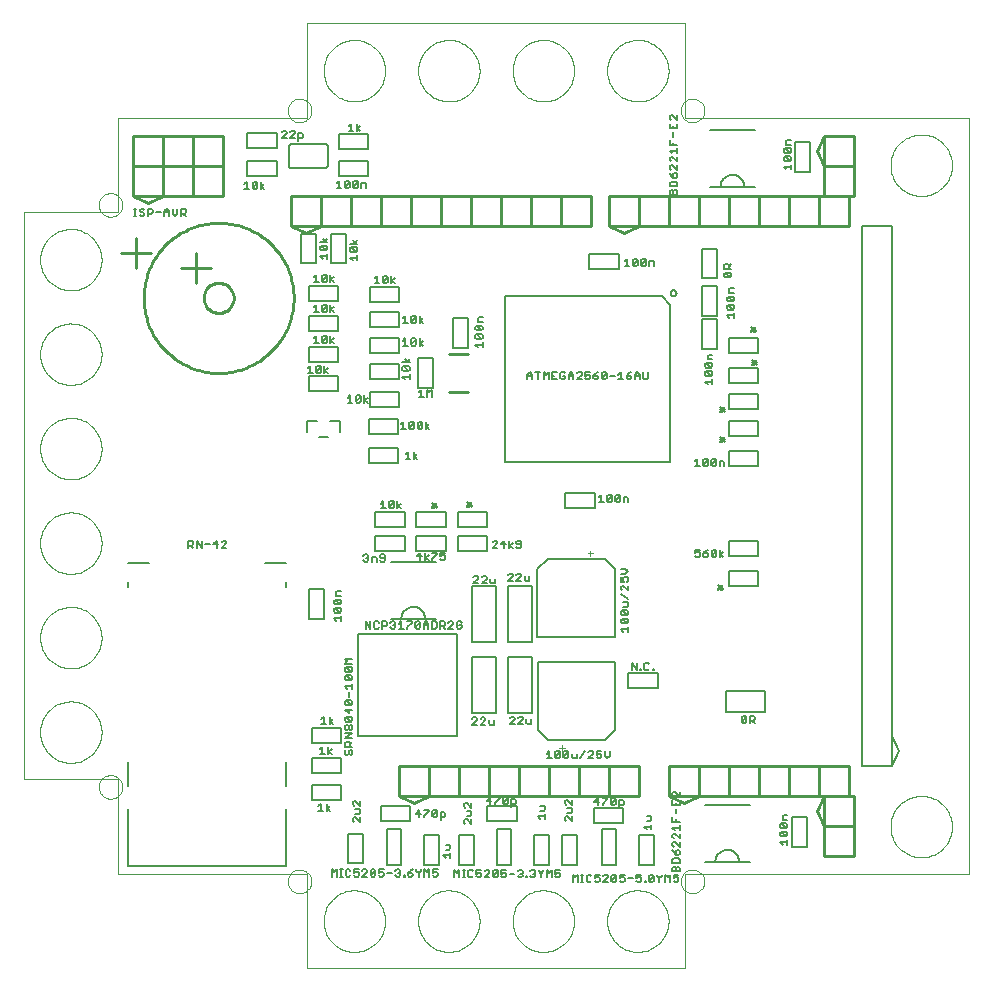
<source format=gto>
G75*
%MOIN*%
%OFA0B0*%
%FSLAX24Y24*%
%IPPOS*%
%LPD*%
%AMOC8*
5,1,8,0,0,1.08239X$1,22.5*
%
%ADD10C,0.0000*%
%ADD11C,0.0100*%
%ADD12C,0.0060*%
%ADD13C,0.0087*%
%ADD14C,0.0030*%
%ADD15C,0.0080*%
D10*
X004874Y004874D02*
X011174Y004874D01*
X011174Y001725D01*
X023772Y001725D01*
X023772Y004874D01*
X033221Y004874D01*
X033221Y030071D01*
X023772Y030071D01*
X023772Y033221D01*
X011174Y033221D01*
X011174Y030071D01*
X004874Y030071D01*
X004874Y026922D01*
X001725Y026922D01*
X001725Y008024D01*
X004874Y008024D01*
X004874Y004874D01*
X004230Y007774D02*
X004232Y007813D01*
X004238Y007852D01*
X004248Y007890D01*
X004261Y007927D01*
X004278Y007962D01*
X004298Y007996D01*
X004322Y008027D01*
X004349Y008056D01*
X004378Y008082D01*
X004410Y008105D01*
X004444Y008125D01*
X004480Y008141D01*
X004517Y008153D01*
X004556Y008162D01*
X004595Y008167D01*
X004634Y008168D01*
X004673Y008165D01*
X004712Y008158D01*
X004749Y008147D01*
X004786Y008133D01*
X004821Y008115D01*
X004854Y008094D01*
X004885Y008069D01*
X004913Y008042D01*
X004938Y008012D01*
X004960Y007979D01*
X004979Y007945D01*
X004994Y007909D01*
X005006Y007871D01*
X005014Y007833D01*
X005018Y007794D01*
X005018Y007754D01*
X005014Y007715D01*
X005006Y007677D01*
X004994Y007639D01*
X004979Y007603D01*
X004960Y007569D01*
X004938Y007536D01*
X004913Y007506D01*
X004885Y007479D01*
X004854Y007454D01*
X004821Y007433D01*
X004786Y007415D01*
X004749Y007401D01*
X004712Y007390D01*
X004673Y007383D01*
X004634Y007380D01*
X004595Y007381D01*
X004556Y007386D01*
X004517Y007395D01*
X004480Y007407D01*
X004444Y007423D01*
X004410Y007443D01*
X004378Y007466D01*
X004349Y007492D01*
X004322Y007521D01*
X004298Y007552D01*
X004278Y007586D01*
X004261Y007621D01*
X004248Y007658D01*
X004238Y007696D01*
X004232Y007735D01*
X004230Y007774D01*
X002276Y009599D02*
X002278Y009663D01*
X002284Y009726D01*
X002294Y009789D01*
X002308Y009851D01*
X002325Y009912D01*
X002347Y009972D01*
X002372Y010031D01*
X002400Y010088D01*
X002432Y010143D01*
X002468Y010196D01*
X002507Y010246D01*
X002548Y010294D01*
X002593Y010340D01*
X002640Y010382D01*
X002690Y010422D01*
X002743Y010458D01*
X002797Y010491D01*
X002854Y010521D01*
X002912Y010547D01*
X002971Y010569D01*
X003032Y010587D01*
X003094Y010602D01*
X003157Y010613D01*
X003220Y010620D01*
X003284Y010623D01*
X003348Y010622D01*
X003411Y010617D01*
X003474Y010608D01*
X003537Y010595D01*
X003598Y010579D01*
X003659Y010558D01*
X003717Y010534D01*
X003775Y010506D01*
X003830Y010475D01*
X003884Y010440D01*
X003935Y010402D01*
X003984Y010361D01*
X004030Y010317D01*
X004073Y010271D01*
X004113Y010221D01*
X004150Y010170D01*
X004184Y010116D01*
X004215Y010060D01*
X004241Y010002D01*
X004265Y009943D01*
X004284Y009882D01*
X004300Y009820D01*
X004312Y009758D01*
X004320Y009694D01*
X004324Y009631D01*
X004324Y009567D01*
X004320Y009504D01*
X004312Y009440D01*
X004300Y009378D01*
X004284Y009316D01*
X004265Y009255D01*
X004241Y009196D01*
X004215Y009138D01*
X004184Y009082D01*
X004150Y009028D01*
X004113Y008977D01*
X004073Y008927D01*
X004030Y008881D01*
X003984Y008837D01*
X003935Y008796D01*
X003884Y008758D01*
X003830Y008723D01*
X003775Y008692D01*
X003717Y008664D01*
X003659Y008640D01*
X003598Y008619D01*
X003537Y008603D01*
X003474Y008590D01*
X003411Y008581D01*
X003348Y008576D01*
X003284Y008575D01*
X003220Y008578D01*
X003157Y008585D01*
X003094Y008596D01*
X003032Y008611D01*
X002971Y008629D01*
X002912Y008651D01*
X002854Y008677D01*
X002797Y008707D01*
X002743Y008740D01*
X002690Y008776D01*
X002640Y008816D01*
X002593Y008858D01*
X002548Y008904D01*
X002507Y008952D01*
X002468Y009002D01*
X002432Y009055D01*
X002400Y009110D01*
X002372Y009167D01*
X002347Y009226D01*
X002325Y009286D01*
X002308Y009347D01*
X002294Y009409D01*
X002284Y009472D01*
X002278Y009535D01*
X002276Y009599D01*
X002276Y012748D02*
X002278Y012812D01*
X002284Y012875D01*
X002294Y012938D01*
X002308Y013000D01*
X002325Y013061D01*
X002347Y013121D01*
X002372Y013180D01*
X002400Y013237D01*
X002432Y013292D01*
X002468Y013345D01*
X002507Y013395D01*
X002548Y013443D01*
X002593Y013489D01*
X002640Y013531D01*
X002690Y013571D01*
X002743Y013607D01*
X002797Y013640D01*
X002854Y013670D01*
X002912Y013696D01*
X002971Y013718D01*
X003032Y013736D01*
X003094Y013751D01*
X003157Y013762D01*
X003220Y013769D01*
X003284Y013772D01*
X003348Y013771D01*
X003411Y013766D01*
X003474Y013757D01*
X003537Y013744D01*
X003598Y013728D01*
X003659Y013707D01*
X003717Y013683D01*
X003775Y013655D01*
X003830Y013624D01*
X003884Y013589D01*
X003935Y013551D01*
X003984Y013510D01*
X004030Y013466D01*
X004073Y013420D01*
X004113Y013370D01*
X004150Y013319D01*
X004184Y013265D01*
X004215Y013209D01*
X004241Y013151D01*
X004265Y013092D01*
X004284Y013031D01*
X004300Y012969D01*
X004312Y012907D01*
X004320Y012843D01*
X004324Y012780D01*
X004324Y012716D01*
X004320Y012653D01*
X004312Y012589D01*
X004300Y012527D01*
X004284Y012465D01*
X004265Y012404D01*
X004241Y012345D01*
X004215Y012287D01*
X004184Y012231D01*
X004150Y012177D01*
X004113Y012126D01*
X004073Y012076D01*
X004030Y012030D01*
X003984Y011986D01*
X003935Y011945D01*
X003884Y011907D01*
X003830Y011872D01*
X003775Y011841D01*
X003717Y011813D01*
X003659Y011789D01*
X003598Y011768D01*
X003537Y011752D01*
X003474Y011739D01*
X003411Y011730D01*
X003348Y011725D01*
X003284Y011724D01*
X003220Y011727D01*
X003157Y011734D01*
X003094Y011745D01*
X003032Y011760D01*
X002971Y011778D01*
X002912Y011800D01*
X002854Y011826D01*
X002797Y011856D01*
X002743Y011889D01*
X002690Y011925D01*
X002640Y011965D01*
X002593Y012007D01*
X002548Y012053D01*
X002507Y012101D01*
X002468Y012151D01*
X002432Y012204D01*
X002400Y012259D01*
X002372Y012316D01*
X002347Y012375D01*
X002325Y012435D01*
X002308Y012496D01*
X002294Y012558D01*
X002284Y012621D01*
X002278Y012684D01*
X002276Y012748D01*
X002276Y015898D02*
X002278Y015962D01*
X002284Y016025D01*
X002294Y016088D01*
X002308Y016150D01*
X002325Y016211D01*
X002347Y016271D01*
X002372Y016330D01*
X002400Y016387D01*
X002432Y016442D01*
X002468Y016495D01*
X002507Y016545D01*
X002548Y016593D01*
X002593Y016639D01*
X002640Y016681D01*
X002690Y016721D01*
X002743Y016757D01*
X002797Y016790D01*
X002854Y016820D01*
X002912Y016846D01*
X002971Y016868D01*
X003032Y016886D01*
X003094Y016901D01*
X003157Y016912D01*
X003220Y016919D01*
X003284Y016922D01*
X003348Y016921D01*
X003411Y016916D01*
X003474Y016907D01*
X003537Y016894D01*
X003598Y016878D01*
X003659Y016857D01*
X003717Y016833D01*
X003775Y016805D01*
X003830Y016774D01*
X003884Y016739D01*
X003935Y016701D01*
X003984Y016660D01*
X004030Y016616D01*
X004073Y016570D01*
X004113Y016520D01*
X004150Y016469D01*
X004184Y016415D01*
X004215Y016359D01*
X004241Y016301D01*
X004265Y016242D01*
X004284Y016181D01*
X004300Y016119D01*
X004312Y016057D01*
X004320Y015993D01*
X004324Y015930D01*
X004324Y015866D01*
X004320Y015803D01*
X004312Y015739D01*
X004300Y015677D01*
X004284Y015615D01*
X004265Y015554D01*
X004241Y015495D01*
X004215Y015437D01*
X004184Y015381D01*
X004150Y015327D01*
X004113Y015276D01*
X004073Y015226D01*
X004030Y015180D01*
X003984Y015136D01*
X003935Y015095D01*
X003884Y015057D01*
X003830Y015022D01*
X003775Y014991D01*
X003717Y014963D01*
X003659Y014939D01*
X003598Y014918D01*
X003537Y014902D01*
X003474Y014889D01*
X003411Y014880D01*
X003348Y014875D01*
X003284Y014874D01*
X003220Y014877D01*
X003157Y014884D01*
X003094Y014895D01*
X003032Y014910D01*
X002971Y014928D01*
X002912Y014950D01*
X002854Y014976D01*
X002797Y015006D01*
X002743Y015039D01*
X002690Y015075D01*
X002640Y015115D01*
X002593Y015157D01*
X002548Y015203D01*
X002507Y015251D01*
X002468Y015301D01*
X002432Y015354D01*
X002400Y015409D01*
X002372Y015466D01*
X002347Y015525D01*
X002325Y015585D01*
X002308Y015646D01*
X002294Y015708D01*
X002284Y015771D01*
X002278Y015834D01*
X002276Y015898D01*
X002276Y019048D02*
X002278Y019112D01*
X002284Y019175D01*
X002294Y019238D01*
X002308Y019300D01*
X002325Y019361D01*
X002347Y019421D01*
X002372Y019480D01*
X002400Y019537D01*
X002432Y019592D01*
X002468Y019645D01*
X002507Y019695D01*
X002548Y019743D01*
X002593Y019789D01*
X002640Y019831D01*
X002690Y019871D01*
X002743Y019907D01*
X002797Y019940D01*
X002854Y019970D01*
X002912Y019996D01*
X002971Y020018D01*
X003032Y020036D01*
X003094Y020051D01*
X003157Y020062D01*
X003220Y020069D01*
X003284Y020072D01*
X003348Y020071D01*
X003411Y020066D01*
X003474Y020057D01*
X003537Y020044D01*
X003598Y020028D01*
X003659Y020007D01*
X003717Y019983D01*
X003775Y019955D01*
X003830Y019924D01*
X003884Y019889D01*
X003935Y019851D01*
X003984Y019810D01*
X004030Y019766D01*
X004073Y019720D01*
X004113Y019670D01*
X004150Y019619D01*
X004184Y019565D01*
X004215Y019509D01*
X004241Y019451D01*
X004265Y019392D01*
X004284Y019331D01*
X004300Y019269D01*
X004312Y019207D01*
X004320Y019143D01*
X004324Y019080D01*
X004324Y019016D01*
X004320Y018953D01*
X004312Y018889D01*
X004300Y018827D01*
X004284Y018765D01*
X004265Y018704D01*
X004241Y018645D01*
X004215Y018587D01*
X004184Y018531D01*
X004150Y018477D01*
X004113Y018426D01*
X004073Y018376D01*
X004030Y018330D01*
X003984Y018286D01*
X003935Y018245D01*
X003884Y018207D01*
X003830Y018172D01*
X003775Y018141D01*
X003717Y018113D01*
X003659Y018089D01*
X003598Y018068D01*
X003537Y018052D01*
X003474Y018039D01*
X003411Y018030D01*
X003348Y018025D01*
X003284Y018024D01*
X003220Y018027D01*
X003157Y018034D01*
X003094Y018045D01*
X003032Y018060D01*
X002971Y018078D01*
X002912Y018100D01*
X002854Y018126D01*
X002797Y018156D01*
X002743Y018189D01*
X002690Y018225D01*
X002640Y018265D01*
X002593Y018307D01*
X002548Y018353D01*
X002507Y018401D01*
X002468Y018451D01*
X002432Y018504D01*
X002400Y018559D01*
X002372Y018616D01*
X002347Y018675D01*
X002325Y018735D01*
X002308Y018796D01*
X002294Y018858D01*
X002284Y018921D01*
X002278Y018984D01*
X002276Y019048D01*
X002276Y022197D02*
X002278Y022261D01*
X002284Y022324D01*
X002294Y022387D01*
X002308Y022449D01*
X002325Y022510D01*
X002347Y022570D01*
X002372Y022629D01*
X002400Y022686D01*
X002432Y022741D01*
X002468Y022794D01*
X002507Y022844D01*
X002548Y022892D01*
X002593Y022938D01*
X002640Y022980D01*
X002690Y023020D01*
X002743Y023056D01*
X002797Y023089D01*
X002854Y023119D01*
X002912Y023145D01*
X002971Y023167D01*
X003032Y023185D01*
X003094Y023200D01*
X003157Y023211D01*
X003220Y023218D01*
X003284Y023221D01*
X003348Y023220D01*
X003411Y023215D01*
X003474Y023206D01*
X003537Y023193D01*
X003598Y023177D01*
X003659Y023156D01*
X003717Y023132D01*
X003775Y023104D01*
X003830Y023073D01*
X003884Y023038D01*
X003935Y023000D01*
X003984Y022959D01*
X004030Y022915D01*
X004073Y022869D01*
X004113Y022819D01*
X004150Y022768D01*
X004184Y022714D01*
X004215Y022658D01*
X004241Y022600D01*
X004265Y022541D01*
X004284Y022480D01*
X004300Y022418D01*
X004312Y022356D01*
X004320Y022292D01*
X004324Y022229D01*
X004324Y022165D01*
X004320Y022102D01*
X004312Y022038D01*
X004300Y021976D01*
X004284Y021914D01*
X004265Y021853D01*
X004241Y021794D01*
X004215Y021736D01*
X004184Y021680D01*
X004150Y021626D01*
X004113Y021575D01*
X004073Y021525D01*
X004030Y021479D01*
X003984Y021435D01*
X003935Y021394D01*
X003884Y021356D01*
X003830Y021321D01*
X003775Y021290D01*
X003717Y021262D01*
X003659Y021238D01*
X003598Y021217D01*
X003537Y021201D01*
X003474Y021188D01*
X003411Y021179D01*
X003348Y021174D01*
X003284Y021173D01*
X003220Y021176D01*
X003157Y021183D01*
X003094Y021194D01*
X003032Y021209D01*
X002971Y021227D01*
X002912Y021249D01*
X002854Y021275D01*
X002797Y021305D01*
X002743Y021338D01*
X002690Y021374D01*
X002640Y021414D01*
X002593Y021456D01*
X002548Y021502D01*
X002507Y021550D01*
X002468Y021600D01*
X002432Y021653D01*
X002400Y021708D01*
X002372Y021765D01*
X002347Y021824D01*
X002325Y021884D01*
X002308Y021945D01*
X002294Y022007D01*
X002284Y022070D01*
X002278Y022133D01*
X002276Y022197D01*
X002276Y025347D02*
X002278Y025411D01*
X002284Y025474D01*
X002294Y025537D01*
X002308Y025599D01*
X002325Y025660D01*
X002347Y025720D01*
X002372Y025779D01*
X002400Y025836D01*
X002432Y025891D01*
X002468Y025944D01*
X002507Y025994D01*
X002548Y026042D01*
X002593Y026088D01*
X002640Y026130D01*
X002690Y026170D01*
X002743Y026206D01*
X002797Y026239D01*
X002854Y026269D01*
X002912Y026295D01*
X002971Y026317D01*
X003032Y026335D01*
X003094Y026350D01*
X003157Y026361D01*
X003220Y026368D01*
X003284Y026371D01*
X003348Y026370D01*
X003411Y026365D01*
X003474Y026356D01*
X003537Y026343D01*
X003598Y026327D01*
X003659Y026306D01*
X003717Y026282D01*
X003775Y026254D01*
X003830Y026223D01*
X003884Y026188D01*
X003935Y026150D01*
X003984Y026109D01*
X004030Y026065D01*
X004073Y026019D01*
X004113Y025969D01*
X004150Y025918D01*
X004184Y025864D01*
X004215Y025808D01*
X004241Y025750D01*
X004265Y025691D01*
X004284Y025630D01*
X004300Y025568D01*
X004312Y025506D01*
X004320Y025442D01*
X004324Y025379D01*
X004324Y025315D01*
X004320Y025252D01*
X004312Y025188D01*
X004300Y025126D01*
X004284Y025064D01*
X004265Y025003D01*
X004241Y024944D01*
X004215Y024886D01*
X004184Y024830D01*
X004150Y024776D01*
X004113Y024725D01*
X004073Y024675D01*
X004030Y024629D01*
X003984Y024585D01*
X003935Y024544D01*
X003884Y024506D01*
X003830Y024471D01*
X003775Y024440D01*
X003717Y024412D01*
X003659Y024388D01*
X003598Y024367D01*
X003537Y024351D01*
X003474Y024338D01*
X003411Y024329D01*
X003348Y024324D01*
X003284Y024323D01*
X003220Y024326D01*
X003157Y024333D01*
X003094Y024344D01*
X003032Y024359D01*
X002971Y024377D01*
X002912Y024399D01*
X002854Y024425D01*
X002797Y024455D01*
X002743Y024488D01*
X002690Y024524D01*
X002640Y024564D01*
X002593Y024606D01*
X002548Y024652D01*
X002507Y024700D01*
X002468Y024750D01*
X002432Y024803D01*
X002400Y024858D01*
X002372Y024915D01*
X002347Y024974D01*
X002325Y025034D01*
X002308Y025095D01*
X002294Y025157D01*
X002284Y025220D01*
X002278Y025283D01*
X002276Y025347D01*
X004230Y027172D02*
X004232Y027211D01*
X004238Y027250D01*
X004248Y027288D01*
X004261Y027325D01*
X004278Y027360D01*
X004298Y027394D01*
X004322Y027425D01*
X004349Y027454D01*
X004378Y027480D01*
X004410Y027503D01*
X004444Y027523D01*
X004480Y027539D01*
X004517Y027551D01*
X004556Y027560D01*
X004595Y027565D01*
X004634Y027566D01*
X004673Y027563D01*
X004712Y027556D01*
X004749Y027545D01*
X004786Y027531D01*
X004821Y027513D01*
X004854Y027492D01*
X004885Y027467D01*
X004913Y027440D01*
X004938Y027410D01*
X004960Y027377D01*
X004979Y027343D01*
X004994Y027307D01*
X005006Y027269D01*
X005014Y027231D01*
X005018Y027192D01*
X005018Y027152D01*
X005014Y027113D01*
X005006Y027075D01*
X004994Y027037D01*
X004979Y027001D01*
X004960Y026967D01*
X004938Y026934D01*
X004913Y026904D01*
X004885Y026877D01*
X004854Y026852D01*
X004821Y026831D01*
X004786Y026813D01*
X004749Y026799D01*
X004712Y026788D01*
X004673Y026781D01*
X004634Y026778D01*
X004595Y026779D01*
X004556Y026784D01*
X004517Y026793D01*
X004480Y026805D01*
X004444Y026821D01*
X004410Y026841D01*
X004378Y026864D01*
X004349Y026890D01*
X004322Y026919D01*
X004298Y026950D01*
X004278Y026984D01*
X004261Y027019D01*
X004248Y027056D01*
X004238Y027094D01*
X004232Y027133D01*
X004230Y027172D01*
X010530Y030321D02*
X010532Y030360D01*
X010538Y030399D01*
X010548Y030437D01*
X010561Y030474D01*
X010578Y030509D01*
X010598Y030543D01*
X010622Y030574D01*
X010649Y030603D01*
X010678Y030629D01*
X010710Y030652D01*
X010744Y030672D01*
X010780Y030688D01*
X010817Y030700D01*
X010856Y030709D01*
X010895Y030714D01*
X010934Y030715D01*
X010973Y030712D01*
X011012Y030705D01*
X011049Y030694D01*
X011086Y030680D01*
X011121Y030662D01*
X011154Y030641D01*
X011185Y030616D01*
X011213Y030589D01*
X011238Y030559D01*
X011260Y030526D01*
X011279Y030492D01*
X011294Y030456D01*
X011306Y030418D01*
X011314Y030380D01*
X011318Y030341D01*
X011318Y030301D01*
X011314Y030262D01*
X011306Y030224D01*
X011294Y030186D01*
X011279Y030150D01*
X011260Y030116D01*
X011238Y030083D01*
X011213Y030053D01*
X011185Y030026D01*
X011154Y030001D01*
X011121Y029980D01*
X011086Y029962D01*
X011049Y029948D01*
X011012Y029937D01*
X010973Y029930D01*
X010934Y029927D01*
X010895Y029928D01*
X010856Y029933D01*
X010817Y029942D01*
X010780Y029954D01*
X010744Y029970D01*
X010710Y029990D01*
X010678Y030013D01*
X010649Y030039D01*
X010622Y030068D01*
X010598Y030099D01*
X010578Y030133D01*
X010561Y030168D01*
X010548Y030205D01*
X010538Y030243D01*
X010532Y030282D01*
X010530Y030321D01*
X011724Y031646D02*
X011726Y031710D01*
X011732Y031773D01*
X011742Y031836D01*
X011756Y031898D01*
X011773Y031959D01*
X011795Y032019D01*
X011820Y032078D01*
X011848Y032135D01*
X011880Y032190D01*
X011916Y032243D01*
X011955Y032293D01*
X011996Y032341D01*
X012041Y032387D01*
X012088Y032429D01*
X012138Y032469D01*
X012191Y032505D01*
X012245Y032538D01*
X012302Y032568D01*
X012360Y032594D01*
X012419Y032616D01*
X012480Y032634D01*
X012542Y032649D01*
X012605Y032660D01*
X012668Y032667D01*
X012732Y032670D01*
X012796Y032669D01*
X012859Y032664D01*
X012922Y032655D01*
X012985Y032642D01*
X013046Y032626D01*
X013107Y032605D01*
X013165Y032581D01*
X013223Y032553D01*
X013278Y032522D01*
X013332Y032487D01*
X013383Y032449D01*
X013432Y032408D01*
X013478Y032364D01*
X013521Y032318D01*
X013561Y032268D01*
X013598Y032217D01*
X013632Y032163D01*
X013663Y032107D01*
X013689Y032049D01*
X013713Y031990D01*
X013732Y031929D01*
X013748Y031867D01*
X013760Y031805D01*
X013768Y031741D01*
X013772Y031678D01*
X013772Y031614D01*
X013768Y031551D01*
X013760Y031487D01*
X013748Y031425D01*
X013732Y031363D01*
X013713Y031302D01*
X013689Y031243D01*
X013663Y031185D01*
X013632Y031129D01*
X013598Y031075D01*
X013561Y031024D01*
X013521Y030974D01*
X013478Y030928D01*
X013432Y030884D01*
X013383Y030843D01*
X013332Y030805D01*
X013278Y030770D01*
X013223Y030739D01*
X013165Y030711D01*
X013107Y030687D01*
X013046Y030666D01*
X012985Y030650D01*
X012922Y030637D01*
X012859Y030628D01*
X012796Y030623D01*
X012732Y030622D01*
X012668Y030625D01*
X012605Y030632D01*
X012542Y030643D01*
X012480Y030658D01*
X012419Y030676D01*
X012360Y030698D01*
X012302Y030724D01*
X012245Y030754D01*
X012191Y030787D01*
X012138Y030823D01*
X012088Y030863D01*
X012041Y030905D01*
X011996Y030951D01*
X011955Y030999D01*
X011916Y031049D01*
X011880Y031102D01*
X011848Y031157D01*
X011820Y031214D01*
X011795Y031273D01*
X011773Y031333D01*
X011756Y031394D01*
X011742Y031456D01*
X011732Y031519D01*
X011726Y031582D01*
X011724Y031646D01*
X014874Y031646D02*
X014876Y031710D01*
X014882Y031773D01*
X014892Y031836D01*
X014906Y031898D01*
X014923Y031959D01*
X014945Y032019D01*
X014970Y032078D01*
X014998Y032135D01*
X015030Y032190D01*
X015066Y032243D01*
X015105Y032293D01*
X015146Y032341D01*
X015191Y032387D01*
X015238Y032429D01*
X015288Y032469D01*
X015341Y032505D01*
X015395Y032538D01*
X015452Y032568D01*
X015510Y032594D01*
X015569Y032616D01*
X015630Y032634D01*
X015692Y032649D01*
X015755Y032660D01*
X015818Y032667D01*
X015882Y032670D01*
X015946Y032669D01*
X016009Y032664D01*
X016072Y032655D01*
X016135Y032642D01*
X016196Y032626D01*
X016257Y032605D01*
X016315Y032581D01*
X016373Y032553D01*
X016428Y032522D01*
X016482Y032487D01*
X016533Y032449D01*
X016582Y032408D01*
X016628Y032364D01*
X016671Y032318D01*
X016711Y032268D01*
X016748Y032217D01*
X016782Y032163D01*
X016813Y032107D01*
X016839Y032049D01*
X016863Y031990D01*
X016882Y031929D01*
X016898Y031867D01*
X016910Y031805D01*
X016918Y031741D01*
X016922Y031678D01*
X016922Y031614D01*
X016918Y031551D01*
X016910Y031487D01*
X016898Y031425D01*
X016882Y031363D01*
X016863Y031302D01*
X016839Y031243D01*
X016813Y031185D01*
X016782Y031129D01*
X016748Y031075D01*
X016711Y031024D01*
X016671Y030974D01*
X016628Y030928D01*
X016582Y030884D01*
X016533Y030843D01*
X016482Y030805D01*
X016428Y030770D01*
X016373Y030739D01*
X016315Y030711D01*
X016257Y030687D01*
X016196Y030666D01*
X016135Y030650D01*
X016072Y030637D01*
X016009Y030628D01*
X015946Y030623D01*
X015882Y030622D01*
X015818Y030625D01*
X015755Y030632D01*
X015692Y030643D01*
X015630Y030658D01*
X015569Y030676D01*
X015510Y030698D01*
X015452Y030724D01*
X015395Y030754D01*
X015341Y030787D01*
X015288Y030823D01*
X015238Y030863D01*
X015191Y030905D01*
X015146Y030951D01*
X015105Y030999D01*
X015066Y031049D01*
X015030Y031102D01*
X014998Y031157D01*
X014970Y031214D01*
X014945Y031273D01*
X014923Y031333D01*
X014906Y031394D01*
X014892Y031456D01*
X014882Y031519D01*
X014876Y031582D01*
X014874Y031646D01*
X018024Y031646D02*
X018026Y031710D01*
X018032Y031773D01*
X018042Y031836D01*
X018056Y031898D01*
X018073Y031959D01*
X018095Y032019D01*
X018120Y032078D01*
X018148Y032135D01*
X018180Y032190D01*
X018216Y032243D01*
X018255Y032293D01*
X018296Y032341D01*
X018341Y032387D01*
X018388Y032429D01*
X018438Y032469D01*
X018491Y032505D01*
X018545Y032538D01*
X018602Y032568D01*
X018660Y032594D01*
X018719Y032616D01*
X018780Y032634D01*
X018842Y032649D01*
X018905Y032660D01*
X018968Y032667D01*
X019032Y032670D01*
X019096Y032669D01*
X019159Y032664D01*
X019222Y032655D01*
X019285Y032642D01*
X019346Y032626D01*
X019407Y032605D01*
X019465Y032581D01*
X019523Y032553D01*
X019578Y032522D01*
X019632Y032487D01*
X019683Y032449D01*
X019732Y032408D01*
X019778Y032364D01*
X019821Y032318D01*
X019861Y032268D01*
X019898Y032217D01*
X019932Y032163D01*
X019963Y032107D01*
X019989Y032049D01*
X020013Y031990D01*
X020032Y031929D01*
X020048Y031867D01*
X020060Y031805D01*
X020068Y031741D01*
X020072Y031678D01*
X020072Y031614D01*
X020068Y031551D01*
X020060Y031487D01*
X020048Y031425D01*
X020032Y031363D01*
X020013Y031302D01*
X019989Y031243D01*
X019963Y031185D01*
X019932Y031129D01*
X019898Y031075D01*
X019861Y031024D01*
X019821Y030974D01*
X019778Y030928D01*
X019732Y030884D01*
X019683Y030843D01*
X019632Y030805D01*
X019578Y030770D01*
X019523Y030739D01*
X019465Y030711D01*
X019407Y030687D01*
X019346Y030666D01*
X019285Y030650D01*
X019222Y030637D01*
X019159Y030628D01*
X019096Y030623D01*
X019032Y030622D01*
X018968Y030625D01*
X018905Y030632D01*
X018842Y030643D01*
X018780Y030658D01*
X018719Y030676D01*
X018660Y030698D01*
X018602Y030724D01*
X018545Y030754D01*
X018491Y030787D01*
X018438Y030823D01*
X018388Y030863D01*
X018341Y030905D01*
X018296Y030951D01*
X018255Y030999D01*
X018216Y031049D01*
X018180Y031102D01*
X018148Y031157D01*
X018120Y031214D01*
X018095Y031273D01*
X018073Y031333D01*
X018056Y031394D01*
X018042Y031456D01*
X018032Y031519D01*
X018026Y031582D01*
X018024Y031646D01*
X021173Y031646D02*
X021175Y031710D01*
X021181Y031773D01*
X021191Y031836D01*
X021205Y031898D01*
X021222Y031959D01*
X021244Y032019D01*
X021269Y032078D01*
X021297Y032135D01*
X021329Y032190D01*
X021365Y032243D01*
X021404Y032293D01*
X021445Y032341D01*
X021490Y032387D01*
X021537Y032429D01*
X021587Y032469D01*
X021640Y032505D01*
X021694Y032538D01*
X021751Y032568D01*
X021809Y032594D01*
X021868Y032616D01*
X021929Y032634D01*
X021991Y032649D01*
X022054Y032660D01*
X022117Y032667D01*
X022181Y032670D01*
X022245Y032669D01*
X022308Y032664D01*
X022371Y032655D01*
X022434Y032642D01*
X022495Y032626D01*
X022556Y032605D01*
X022614Y032581D01*
X022672Y032553D01*
X022727Y032522D01*
X022781Y032487D01*
X022832Y032449D01*
X022881Y032408D01*
X022927Y032364D01*
X022970Y032318D01*
X023010Y032268D01*
X023047Y032217D01*
X023081Y032163D01*
X023112Y032107D01*
X023138Y032049D01*
X023162Y031990D01*
X023181Y031929D01*
X023197Y031867D01*
X023209Y031805D01*
X023217Y031741D01*
X023221Y031678D01*
X023221Y031614D01*
X023217Y031551D01*
X023209Y031487D01*
X023197Y031425D01*
X023181Y031363D01*
X023162Y031302D01*
X023138Y031243D01*
X023112Y031185D01*
X023081Y031129D01*
X023047Y031075D01*
X023010Y031024D01*
X022970Y030974D01*
X022927Y030928D01*
X022881Y030884D01*
X022832Y030843D01*
X022781Y030805D01*
X022727Y030770D01*
X022672Y030739D01*
X022614Y030711D01*
X022556Y030687D01*
X022495Y030666D01*
X022434Y030650D01*
X022371Y030637D01*
X022308Y030628D01*
X022245Y030623D01*
X022181Y030622D01*
X022117Y030625D01*
X022054Y030632D01*
X021991Y030643D01*
X021929Y030658D01*
X021868Y030676D01*
X021809Y030698D01*
X021751Y030724D01*
X021694Y030754D01*
X021640Y030787D01*
X021587Y030823D01*
X021537Y030863D01*
X021490Y030905D01*
X021445Y030951D01*
X021404Y030999D01*
X021365Y031049D01*
X021329Y031102D01*
X021297Y031157D01*
X021269Y031214D01*
X021244Y031273D01*
X021222Y031333D01*
X021205Y031394D01*
X021191Y031456D01*
X021181Y031519D01*
X021175Y031582D01*
X021173Y031646D01*
X023628Y030321D02*
X023630Y030360D01*
X023636Y030399D01*
X023646Y030437D01*
X023659Y030474D01*
X023676Y030509D01*
X023696Y030543D01*
X023720Y030574D01*
X023747Y030603D01*
X023776Y030629D01*
X023808Y030652D01*
X023842Y030672D01*
X023878Y030688D01*
X023915Y030700D01*
X023954Y030709D01*
X023993Y030714D01*
X024032Y030715D01*
X024071Y030712D01*
X024110Y030705D01*
X024147Y030694D01*
X024184Y030680D01*
X024219Y030662D01*
X024252Y030641D01*
X024283Y030616D01*
X024311Y030589D01*
X024336Y030559D01*
X024358Y030526D01*
X024377Y030492D01*
X024392Y030456D01*
X024404Y030418D01*
X024412Y030380D01*
X024416Y030341D01*
X024416Y030301D01*
X024412Y030262D01*
X024404Y030224D01*
X024392Y030186D01*
X024377Y030150D01*
X024358Y030116D01*
X024336Y030083D01*
X024311Y030053D01*
X024283Y030026D01*
X024252Y030001D01*
X024219Y029980D01*
X024184Y029962D01*
X024147Y029948D01*
X024110Y029937D01*
X024071Y029930D01*
X024032Y029927D01*
X023993Y029928D01*
X023954Y029933D01*
X023915Y029942D01*
X023878Y029954D01*
X023842Y029970D01*
X023808Y029990D01*
X023776Y030013D01*
X023747Y030039D01*
X023720Y030068D01*
X023696Y030099D01*
X023676Y030133D01*
X023659Y030168D01*
X023646Y030205D01*
X023636Y030243D01*
X023630Y030282D01*
X023628Y030321D01*
X030622Y028496D02*
X030624Y028560D01*
X030630Y028623D01*
X030640Y028686D01*
X030654Y028748D01*
X030671Y028809D01*
X030693Y028869D01*
X030718Y028928D01*
X030746Y028985D01*
X030778Y029040D01*
X030814Y029093D01*
X030853Y029143D01*
X030894Y029191D01*
X030939Y029237D01*
X030986Y029279D01*
X031036Y029319D01*
X031089Y029355D01*
X031143Y029388D01*
X031200Y029418D01*
X031258Y029444D01*
X031317Y029466D01*
X031378Y029484D01*
X031440Y029499D01*
X031503Y029510D01*
X031566Y029517D01*
X031630Y029520D01*
X031694Y029519D01*
X031757Y029514D01*
X031820Y029505D01*
X031883Y029492D01*
X031944Y029476D01*
X032005Y029455D01*
X032063Y029431D01*
X032121Y029403D01*
X032176Y029372D01*
X032230Y029337D01*
X032281Y029299D01*
X032330Y029258D01*
X032376Y029214D01*
X032419Y029168D01*
X032459Y029118D01*
X032496Y029067D01*
X032530Y029013D01*
X032561Y028957D01*
X032587Y028899D01*
X032611Y028840D01*
X032630Y028779D01*
X032646Y028717D01*
X032658Y028655D01*
X032666Y028591D01*
X032670Y028528D01*
X032670Y028464D01*
X032666Y028401D01*
X032658Y028337D01*
X032646Y028275D01*
X032630Y028213D01*
X032611Y028152D01*
X032587Y028093D01*
X032561Y028035D01*
X032530Y027979D01*
X032496Y027925D01*
X032459Y027874D01*
X032419Y027824D01*
X032376Y027778D01*
X032330Y027734D01*
X032281Y027693D01*
X032230Y027655D01*
X032176Y027620D01*
X032121Y027589D01*
X032063Y027561D01*
X032005Y027537D01*
X031944Y027516D01*
X031883Y027500D01*
X031820Y027487D01*
X031757Y027478D01*
X031694Y027473D01*
X031630Y027472D01*
X031566Y027475D01*
X031503Y027482D01*
X031440Y027493D01*
X031378Y027508D01*
X031317Y027526D01*
X031258Y027548D01*
X031200Y027574D01*
X031143Y027604D01*
X031089Y027637D01*
X031036Y027673D01*
X030986Y027713D01*
X030939Y027755D01*
X030894Y027801D01*
X030853Y027849D01*
X030814Y027899D01*
X030778Y027952D01*
X030746Y028007D01*
X030718Y028064D01*
X030693Y028123D01*
X030671Y028183D01*
X030654Y028244D01*
X030640Y028306D01*
X030630Y028369D01*
X030624Y028432D01*
X030622Y028496D01*
X030622Y006449D02*
X030624Y006513D01*
X030630Y006576D01*
X030640Y006639D01*
X030654Y006701D01*
X030671Y006762D01*
X030693Y006822D01*
X030718Y006881D01*
X030746Y006938D01*
X030778Y006993D01*
X030814Y007046D01*
X030853Y007096D01*
X030894Y007144D01*
X030939Y007190D01*
X030986Y007232D01*
X031036Y007272D01*
X031089Y007308D01*
X031143Y007341D01*
X031200Y007371D01*
X031258Y007397D01*
X031317Y007419D01*
X031378Y007437D01*
X031440Y007452D01*
X031503Y007463D01*
X031566Y007470D01*
X031630Y007473D01*
X031694Y007472D01*
X031757Y007467D01*
X031820Y007458D01*
X031883Y007445D01*
X031944Y007429D01*
X032005Y007408D01*
X032063Y007384D01*
X032121Y007356D01*
X032176Y007325D01*
X032230Y007290D01*
X032281Y007252D01*
X032330Y007211D01*
X032376Y007167D01*
X032419Y007121D01*
X032459Y007071D01*
X032496Y007020D01*
X032530Y006966D01*
X032561Y006910D01*
X032587Y006852D01*
X032611Y006793D01*
X032630Y006732D01*
X032646Y006670D01*
X032658Y006608D01*
X032666Y006544D01*
X032670Y006481D01*
X032670Y006417D01*
X032666Y006354D01*
X032658Y006290D01*
X032646Y006228D01*
X032630Y006166D01*
X032611Y006105D01*
X032587Y006046D01*
X032561Y005988D01*
X032530Y005932D01*
X032496Y005878D01*
X032459Y005827D01*
X032419Y005777D01*
X032376Y005731D01*
X032330Y005687D01*
X032281Y005646D01*
X032230Y005608D01*
X032176Y005573D01*
X032121Y005542D01*
X032063Y005514D01*
X032005Y005490D01*
X031944Y005469D01*
X031883Y005453D01*
X031820Y005440D01*
X031757Y005431D01*
X031694Y005426D01*
X031630Y005425D01*
X031566Y005428D01*
X031503Y005435D01*
X031440Y005446D01*
X031378Y005461D01*
X031317Y005479D01*
X031258Y005501D01*
X031200Y005527D01*
X031143Y005557D01*
X031089Y005590D01*
X031036Y005626D01*
X030986Y005666D01*
X030939Y005708D01*
X030894Y005754D01*
X030853Y005802D01*
X030814Y005852D01*
X030778Y005905D01*
X030746Y005960D01*
X030718Y006017D01*
X030693Y006076D01*
X030671Y006136D01*
X030654Y006197D01*
X030640Y006259D01*
X030630Y006322D01*
X030624Y006385D01*
X030622Y006449D01*
X023628Y004624D02*
X023630Y004663D01*
X023636Y004702D01*
X023646Y004740D01*
X023659Y004777D01*
X023676Y004812D01*
X023696Y004846D01*
X023720Y004877D01*
X023747Y004906D01*
X023776Y004932D01*
X023808Y004955D01*
X023842Y004975D01*
X023878Y004991D01*
X023915Y005003D01*
X023954Y005012D01*
X023993Y005017D01*
X024032Y005018D01*
X024071Y005015D01*
X024110Y005008D01*
X024147Y004997D01*
X024184Y004983D01*
X024219Y004965D01*
X024252Y004944D01*
X024283Y004919D01*
X024311Y004892D01*
X024336Y004862D01*
X024358Y004829D01*
X024377Y004795D01*
X024392Y004759D01*
X024404Y004721D01*
X024412Y004683D01*
X024416Y004644D01*
X024416Y004604D01*
X024412Y004565D01*
X024404Y004527D01*
X024392Y004489D01*
X024377Y004453D01*
X024358Y004419D01*
X024336Y004386D01*
X024311Y004356D01*
X024283Y004329D01*
X024252Y004304D01*
X024219Y004283D01*
X024184Y004265D01*
X024147Y004251D01*
X024110Y004240D01*
X024071Y004233D01*
X024032Y004230D01*
X023993Y004231D01*
X023954Y004236D01*
X023915Y004245D01*
X023878Y004257D01*
X023842Y004273D01*
X023808Y004293D01*
X023776Y004316D01*
X023747Y004342D01*
X023720Y004371D01*
X023696Y004402D01*
X023676Y004436D01*
X023659Y004471D01*
X023646Y004508D01*
X023636Y004546D01*
X023630Y004585D01*
X023628Y004624D01*
X021173Y003300D02*
X021175Y003364D01*
X021181Y003427D01*
X021191Y003490D01*
X021205Y003552D01*
X021222Y003613D01*
X021244Y003673D01*
X021269Y003732D01*
X021297Y003789D01*
X021329Y003844D01*
X021365Y003897D01*
X021404Y003947D01*
X021445Y003995D01*
X021490Y004041D01*
X021537Y004083D01*
X021587Y004123D01*
X021640Y004159D01*
X021694Y004192D01*
X021751Y004222D01*
X021809Y004248D01*
X021868Y004270D01*
X021929Y004288D01*
X021991Y004303D01*
X022054Y004314D01*
X022117Y004321D01*
X022181Y004324D01*
X022245Y004323D01*
X022308Y004318D01*
X022371Y004309D01*
X022434Y004296D01*
X022495Y004280D01*
X022556Y004259D01*
X022614Y004235D01*
X022672Y004207D01*
X022727Y004176D01*
X022781Y004141D01*
X022832Y004103D01*
X022881Y004062D01*
X022927Y004018D01*
X022970Y003972D01*
X023010Y003922D01*
X023047Y003871D01*
X023081Y003817D01*
X023112Y003761D01*
X023138Y003703D01*
X023162Y003644D01*
X023181Y003583D01*
X023197Y003521D01*
X023209Y003459D01*
X023217Y003395D01*
X023221Y003332D01*
X023221Y003268D01*
X023217Y003205D01*
X023209Y003141D01*
X023197Y003079D01*
X023181Y003017D01*
X023162Y002956D01*
X023138Y002897D01*
X023112Y002839D01*
X023081Y002783D01*
X023047Y002729D01*
X023010Y002678D01*
X022970Y002628D01*
X022927Y002582D01*
X022881Y002538D01*
X022832Y002497D01*
X022781Y002459D01*
X022727Y002424D01*
X022672Y002393D01*
X022614Y002365D01*
X022556Y002341D01*
X022495Y002320D01*
X022434Y002304D01*
X022371Y002291D01*
X022308Y002282D01*
X022245Y002277D01*
X022181Y002276D01*
X022117Y002279D01*
X022054Y002286D01*
X021991Y002297D01*
X021929Y002312D01*
X021868Y002330D01*
X021809Y002352D01*
X021751Y002378D01*
X021694Y002408D01*
X021640Y002441D01*
X021587Y002477D01*
X021537Y002517D01*
X021490Y002559D01*
X021445Y002605D01*
X021404Y002653D01*
X021365Y002703D01*
X021329Y002756D01*
X021297Y002811D01*
X021269Y002868D01*
X021244Y002927D01*
X021222Y002987D01*
X021205Y003048D01*
X021191Y003110D01*
X021181Y003173D01*
X021175Y003236D01*
X021173Y003300D01*
X018024Y003300D02*
X018026Y003364D01*
X018032Y003427D01*
X018042Y003490D01*
X018056Y003552D01*
X018073Y003613D01*
X018095Y003673D01*
X018120Y003732D01*
X018148Y003789D01*
X018180Y003844D01*
X018216Y003897D01*
X018255Y003947D01*
X018296Y003995D01*
X018341Y004041D01*
X018388Y004083D01*
X018438Y004123D01*
X018491Y004159D01*
X018545Y004192D01*
X018602Y004222D01*
X018660Y004248D01*
X018719Y004270D01*
X018780Y004288D01*
X018842Y004303D01*
X018905Y004314D01*
X018968Y004321D01*
X019032Y004324D01*
X019096Y004323D01*
X019159Y004318D01*
X019222Y004309D01*
X019285Y004296D01*
X019346Y004280D01*
X019407Y004259D01*
X019465Y004235D01*
X019523Y004207D01*
X019578Y004176D01*
X019632Y004141D01*
X019683Y004103D01*
X019732Y004062D01*
X019778Y004018D01*
X019821Y003972D01*
X019861Y003922D01*
X019898Y003871D01*
X019932Y003817D01*
X019963Y003761D01*
X019989Y003703D01*
X020013Y003644D01*
X020032Y003583D01*
X020048Y003521D01*
X020060Y003459D01*
X020068Y003395D01*
X020072Y003332D01*
X020072Y003268D01*
X020068Y003205D01*
X020060Y003141D01*
X020048Y003079D01*
X020032Y003017D01*
X020013Y002956D01*
X019989Y002897D01*
X019963Y002839D01*
X019932Y002783D01*
X019898Y002729D01*
X019861Y002678D01*
X019821Y002628D01*
X019778Y002582D01*
X019732Y002538D01*
X019683Y002497D01*
X019632Y002459D01*
X019578Y002424D01*
X019523Y002393D01*
X019465Y002365D01*
X019407Y002341D01*
X019346Y002320D01*
X019285Y002304D01*
X019222Y002291D01*
X019159Y002282D01*
X019096Y002277D01*
X019032Y002276D01*
X018968Y002279D01*
X018905Y002286D01*
X018842Y002297D01*
X018780Y002312D01*
X018719Y002330D01*
X018660Y002352D01*
X018602Y002378D01*
X018545Y002408D01*
X018491Y002441D01*
X018438Y002477D01*
X018388Y002517D01*
X018341Y002559D01*
X018296Y002605D01*
X018255Y002653D01*
X018216Y002703D01*
X018180Y002756D01*
X018148Y002811D01*
X018120Y002868D01*
X018095Y002927D01*
X018073Y002987D01*
X018056Y003048D01*
X018042Y003110D01*
X018032Y003173D01*
X018026Y003236D01*
X018024Y003300D01*
X014874Y003300D02*
X014876Y003364D01*
X014882Y003427D01*
X014892Y003490D01*
X014906Y003552D01*
X014923Y003613D01*
X014945Y003673D01*
X014970Y003732D01*
X014998Y003789D01*
X015030Y003844D01*
X015066Y003897D01*
X015105Y003947D01*
X015146Y003995D01*
X015191Y004041D01*
X015238Y004083D01*
X015288Y004123D01*
X015341Y004159D01*
X015395Y004192D01*
X015452Y004222D01*
X015510Y004248D01*
X015569Y004270D01*
X015630Y004288D01*
X015692Y004303D01*
X015755Y004314D01*
X015818Y004321D01*
X015882Y004324D01*
X015946Y004323D01*
X016009Y004318D01*
X016072Y004309D01*
X016135Y004296D01*
X016196Y004280D01*
X016257Y004259D01*
X016315Y004235D01*
X016373Y004207D01*
X016428Y004176D01*
X016482Y004141D01*
X016533Y004103D01*
X016582Y004062D01*
X016628Y004018D01*
X016671Y003972D01*
X016711Y003922D01*
X016748Y003871D01*
X016782Y003817D01*
X016813Y003761D01*
X016839Y003703D01*
X016863Y003644D01*
X016882Y003583D01*
X016898Y003521D01*
X016910Y003459D01*
X016918Y003395D01*
X016922Y003332D01*
X016922Y003268D01*
X016918Y003205D01*
X016910Y003141D01*
X016898Y003079D01*
X016882Y003017D01*
X016863Y002956D01*
X016839Y002897D01*
X016813Y002839D01*
X016782Y002783D01*
X016748Y002729D01*
X016711Y002678D01*
X016671Y002628D01*
X016628Y002582D01*
X016582Y002538D01*
X016533Y002497D01*
X016482Y002459D01*
X016428Y002424D01*
X016373Y002393D01*
X016315Y002365D01*
X016257Y002341D01*
X016196Y002320D01*
X016135Y002304D01*
X016072Y002291D01*
X016009Y002282D01*
X015946Y002277D01*
X015882Y002276D01*
X015818Y002279D01*
X015755Y002286D01*
X015692Y002297D01*
X015630Y002312D01*
X015569Y002330D01*
X015510Y002352D01*
X015452Y002378D01*
X015395Y002408D01*
X015341Y002441D01*
X015288Y002477D01*
X015238Y002517D01*
X015191Y002559D01*
X015146Y002605D01*
X015105Y002653D01*
X015066Y002703D01*
X015030Y002756D01*
X014998Y002811D01*
X014970Y002868D01*
X014945Y002927D01*
X014923Y002987D01*
X014906Y003048D01*
X014892Y003110D01*
X014882Y003173D01*
X014876Y003236D01*
X014874Y003300D01*
X011724Y003300D02*
X011726Y003364D01*
X011732Y003427D01*
X011742Y003490D01*
X011756Y003552D01*
X011773Y003613D01*
X011795Y003673D01*
X011820Y003732D01*
X011848Y003789D01*
X011880Y003844D01*
X011916Y003897D01*
X011955Y003947D01*
X011996Y003995D01*
X012041Y004041D01*
X012088Y004083D01*
X012138Y004123D01*
X012191Y004159D01*
X012245Y004192D01*
X012302Y004222D01*
X012360Y004248D01*
X012419Y004270D01*
X012480Y004288D01*
X012542Y004303D01*
X012605Y004314D01*
X012668Y004321D01*
X012732Y004324D01*
X012796Y004323D01*
X012859Y004318D01*
X012922Y004309D01*
X012985Y004296D01*
X013046Y004280D01*
X013107Y004259D01*
X013165Y004235D01*
X013223Y004207D01*
X013278Y004176D01*
X013332Y004141D01*
X013383Y004103D01*
X013432Y004062D01*
X013478Y004018D01*
X013521Y003972D01*
X013561Y003922D01*
X013598Y003871D01*
X013632Y003817D01*
X013663Y003761D01*
X013689Y003703D01*
X013713Y003644D01*
X013732Y003583D01*
X013748Y003521D01*
X013760Y003459D01*
X013768Y003395D01*
X013772Y003332D01*
X013772Y003268D01*
X013768Y003205D01*
X013760Y003141D01*
X013748Y003079D01*
X013732Y003017D01*
X013713Y002956D01*
X013689Y002897D01*
X013663Y002839D01*
X013632Y002783D01*
X013598Y002729D01*
X013561Y002678D01*
X013521Y002628D01*
X013478Y002582D01*
X013432Y002538D01*
X013383Y002497D01*
X013332Y002459D01*
X013278Y002424D01*
X013223Y002393D01*
X013165Y002365D01*
X013107Y002341D01*
X013046Y002320D01*
X012985Y002304D01*
X012922Y002291D01*
X012859Y002282D01*
X012796Y002277D01*
X012732Y002276D01*
X012668Y002279D01*
X012605Y002286D01*
X012542Y002297D01*
X012480Y002312D01*
X012419Y002330D01*
X012360Y002352D01*
X012302Y002378D01*
X012245Y002408D01*
X012191Y002441D01*
X012138Y002477D01*
X012088Y002517D01*
X012041Y002559D01*
X011996Y002605D01*
X011955Y002653D01*
X011916Y002703D01*
X011880Y002756D01*
X011848Y002811D01*
X011820Y002868D01*
X011795Y002927D01*
X011773Y002987D01*
X011756Y003048D01*
X011742Y003110D01*
X011732Y003173D01*
X011726Y003236D01*
X011724Y003300D01*
X010530Y004624D02*
X010532Y004663D01*
X010538Y004702D01*
X010548Y004740D01*
X010561Y004777D01*
X010578Y004812D01*
X010598Y004846D01*
X010622Y004877D01*
X010649Y004906D01*
X010678Y004932D01*
X010710Y004955D01*
X010744Y004975D01*
X010780Y004991D01*
X010817Y005003D01*
X010856Y005012D01*
X010895Y005017D01*
X010934Y005018D01*
X010973Y005015D01*
X011012Y005008D01*
X011049Y004997D01*
X011086Y004983D01*
X011121Y004965D01*
X011154Y004944D01*
X011185Y004919D01*
X011213Y004892D01*
X011238Y004862D01*
X011260Y004829D01*
X011279Y004795D01*
X011294Y004759D01*
X011306Y004721D01*
X011314Y004683D01*
X011318Y004644D01*
X011318Y004604D01*
X011314Y004565D01*
X011306Y004527D01*
X011294Y004489D01*
X011279Y004453D01*
X011260Y004419D01*
X011238Y004386D01*
X011213Y004356D01*
X011185Y004329D01*
X011154Y004304D01*
X011121Y004283D01*
X011086Y004265D01*
X011049Y004251D01*
X011012Y004240D01*
X010973Y004233D01*
X010934Y004230D01*
X010895Y004231D01*
X010856Y004236D01*
X010817Y004245D01*
X010780Y004257D01*
X010744Y004273D01*
X010710Y004293D01*
X010678Y004316D01*
X010649Y004342D01*
X010622Y004371D01*
X010598Y004402D01*
X010578Y004436D01*
X010561Y004471D01*
X010548Y004508D01*
X010538Y004546D01*
X010532Y004585D01*
X010530Y004624D01*
D11*
X014225Y007475D02*
X014725Y007225D01*
X015225Y007475D01*
X015225Y008475D01*
X016225Y008475D02*
X016225Y007475D01*
X017225Y007475D02*
X017225Y008475D01*
X018225Y008475D02*
X018225Y007475D01*
X019225Y007475D02*
X019225Y008475D01*
X020225Y008475D02*
X020225Y007475D01*
X021225Y007475D02*
X021225Y008475D01*
X022225Y008475D02*
X022225Y007475D01*
X014225Y007475D01*
X014225Y008475D01*
X022225Y008475D01*
X023225Y008475D02*
X023225Y007475D01*
X023725Y007225D01*
X024225Y007475D01*
X024225Y008475D01*
X025225Y008475D02*
X025225Y007475D01*
X026225Y007475D02*
X026225Y008475D01*
X027225Y008475D02*
X027225Y007475D01*
X028225Y007475D02*
X028225Y008475D01*
X029225Y008475D02*
X029225Y007475D01*
X023225Y007475D01*
X023225Y008475D02*
X029225Y008475D01*
X029406Y007473D02*
X028406Y007473D01*
X028156Y006973D01*
X028406Y006473D01*
X029406Y006473D01*
X029406Y007473D02*
X029406Y005473D01*
X028406Y005473D01*
X028406Y007473D01*
X028225Y026475D02*
X028225Y027475D01*
X028406Y027473D02*
X029406Y027473D01*
X029406Y029473D01*
X028406Y029473D01*
X028156Y028973D01*
X028406Y028473D01*
X029406Y028473D01*
X029225Y027475D02*
X029225Y026475D01*
X021225Y026475D01*
X021725Y026225D01*
X022225Y026475D01*
X022225Y027475D01*
X023225Y027475D02*
X023225Y026475D01*
X024225Y026475D02*
X024225Y027475D01*
X025225Y027475D02*
X025225Y026475D01*
X026225Y026475D02*
X026225Y027475D01*
X027225Y027475D02*
X027225Y026475D01*
X028406Y027473D02*
X028406Y029473D01*
X029225Y027475D02*
X021225Y027475D01*
X021225Y026475D01*
X020625Y026475D02*
X020625Y027475D01*
X010625Y027475D01*
X010625Y026475D01*
X011125Y026225D01*
X011625Y026475D01*
X011625Y027475D01*
X012625Y027475D02*
X012625Y026475D01*
X013625Y026475D02*
X013625Y027475D01*
X014625Y027475D02*
X014625Y026475D01*
X015625Y026475D02*
X015625Y027475D01*
X016625Y027475D02*
X016625Y026475D01*
X017625Y026475D02*
X017625Y027475D01*
X018625Y027475D02*
X018625Y026475D01*
X019625Y026475D02*
X019625Y027475D01*
X020625Y026475D02*
X010625Y026475D01*
X008375Y027475D02*
X008375Y029475D01*
X007375Y029475D01*
X007375Y027475D01*
X008375Y027475D01*
X007375Y027475D02*
X006375Y027475D01*
X005875Y027225D01*
X005375Y027475D01*
X006375Y027475D01*
X006375Y029475D01*
X007375Y029475D01*
X006375Y029475D02*
X005375Y029475D01*
X005375Y028475D01*
X008375Y028475D01*
X005375Y028475D02*
X005375Y027475D01*
X005475Y026075D02*
X005475Y025075D01*
X004975Y025575D02*
X005975Y025575D01*
X006975Y025075D02*
X007975Y025075D01*
X007475Y025575D02*
X007475Y024575D01*
X007725Y024075D02*
X007727Y024119D01*
X007733Y024163D01*
X007743Y024206D01*
X007756Y024248D01*
X007773Y024289D01*
X007794Y024328D01*
X007818Y024365D01*
X007845Y024400D01*
X007875Y024432D01*
X007908Y024462D01*
X007944Y024488D01*
X007981Y024512D01*
X008021Y024531D01*
X008062Y024548D01*
X008105Y024560D01*
X008148Y024569D01*
X008192Y024574D01*
X008236Y024575D01*
X008280Y024572D01*
X008324Y024565D01*
X008367Y024554D01*
X008409Y024540D01*
X008449Y024522D01*
X008488Y024500D01*
X008524Y024476D01*
X008558Y024448D01*
X008590Y024417D01*
X008619Y024383D01*
X008645Y024347D01*
X008667Y024309D01*
X008686Y024269D01*
X008701Y024227D01*
X008713Y024185D01*
X008721Y024141D01*
X008725Y024097D01*
X008725Y024053D01*
X008721Y024009D01*
X008713Y023965D01*
X008701Y023923D01*
X008686Y023881D01*
X008667Y023841D01*
X008645Y023803D01*
X008619Y023767D01*
X008590Y023733D01*
X008558Y023702D01*
X008524Y023674D01*
X008488Y023650D01*
X008449Y023628D01*
X008409Y023610D01*
X008367Y023596D01*
X008324Y023585D01*
X008280Y023578D01*
X008236Y023575D01*
X008192Y023576D01*
X008148Y023581D01*
X008105Y023590D01*
X008062Y023602D01*
X008021Y023619D01*
X007981Y023638D01*
X007944Y023662D01*
X007908Y023688D01*
X007875Y023718D01*
X007845Y023750D01*
X007818Y023785D01*
X007794Y023822D01*
X007773Y023861D01*
X007756Y023902D01*
X007743Y023944D01*
X007733Y023987D01*
X007727Y024031D01*
X007725Y024075D01*
X005725Y024075D02*
X005727Y024174D01*
X005733Y024274D01*
X005743Y024373D01*
X005757Y024471D01*
X005774Y024569D01*
X005796Y024666D01*
X005821Y024762D01*
X005850Y024857D01*
X005883Y024951D01*
X005920Y025043D01*
X005960Y025134D01*
X006004Y025223D01*
X006052Y025311D01*
X006103Y025396D01*
X006157Y025479D01*
X006214Y025561D01*
X006275Y025639D01*
X006339Y025716D01*
X006405Y025789D01*
X006475Y025860D01*
X006547Y025928D01*
X006622Y025994D01*
X006700Y026056D01*
X006780Y026115D01*
X006862Y026171D01*
X006946Y026223D01*
X007033Y026272D01*
X007121Y026318D01*
X007211Y026360D01*
X007303Y026399D01*
X007396Y026434D01*
X007490Y026465D01*
X007586Y026492D01*
X007683Y026515D01*
X007780Y026535D01*
X007878Y026551D01*
X007977Y026563D01*
X008076Y026571D01*
X008175Y026575D01*
X008275Y026575D01*
X008374Y026571D01*
X008473Y026563D01*
X008572Y026551D01*
X008670Y026535D01*
X008767Y026515D01*
X008864Y026492D01*
X008960Y026465D01*
X009054Y026434D01*
X009147Y026399D01*
X009239Y026360D01*
X009329Y026318D01*
X009417Y026272D01*
X009504Y026223D01*
X009588Y026171D01*
X009670Y026115D01*
X009750Y026056D01*
X009828Y025994D01*
X009903Y025928D01*
X009975Y025860D01*
X010045Y025789D01*
X010111Y025716D01*
X010175Y025639D01*
X010236Y025561D01*
X010293Y025479D01*
X010347Y025396D01*
X010398Y025311D01*
X010446Y025223D01*
X010490Y025134D01*
X010530Y025043D01*
X010567Y024951D01*
X010600Y024857D01*
X010629Y024762D01*
X010654Y024666D01*
X010676Y024569D01*
X010693Y024471D01*
X010707Y024373D01*
X010717Y024274D01*
X010723Y024174D01*
X010725Y024075D01*
X010723Y023976D01*
X010717Y023876D01*
X010707Y023777D01*
X010693Y023679D01*
X010676Y023581D01*
X010654Y023484D01*
X010629Y023388D01*
X010600Y023293D01*
X010567Y023199D01*
X010530Y023107D01*
X010490Y023016D01*
X010446Y022927D01*
X010398Y022839D01*
X010347Y022754D01*
X010293Y022671D01*
X010236Y022589D01*
X010175Y022511D01*
X010111Y022434D01*
X010045Y022361D01*
X009975Y022290D01*
X009903Y022222D01*
X009828Y022156D01*
X009750Y022094D01*
X009670Y022035D01*
X009588Y021979D01*
X009504Y021927D01*
X009417Y021878D01*
X009329Y021832D01*
X009239Y021790D01*
X009147Y021751D01*
X009054Y021716D01*
X008960Y021685D01*
X008864Y021658D01*
X008767Y021635D01*
X008670Y021615D01*
X008572Y021599D01*
X008473Y021587D01*
X008374Y021579D01*
X008275Y021575D01*
X008175Y021575D01*
X008076Y021579D01*
X007977Y021587D01*
X007878Y021599D01*
X007780Y021615D01*
X007683Y021635D01*
X007586Y021658D01*
X007490Y021685D01*
X007396Y021716D01*
X007303Y021751D01*
X007211Y021790D01*
X007121Y021832D01*
X007033Y021878D01*
X006946Y021927D01*
X006862Y021979D01*
X006780Y022035D01*
X006700Y022094D01*
X006622Y022156D01*
X006547Y022222D01*
X006475Y022290D01*
X006405Y022361D01*
X006339Y022434D01*
X006275Y022511D01*
X006214Y022589D01*
X006157Y022671D01*
X006103Y022754D01*
X006052Y022839D01*
X006004Y022927D01*
X005960Y023016D01*
X005920Y023107D01*
X005883Y023199D01*
X005850Y023293D01*
X005821Y023388D01*
X005796Y023484D01*
X005774Y023581D01*
X005757Y023679D01*
X005743Y023777D01*
X005733Y023876D01*
X005727Y023976D01*
X005725Y024075D01*
D12*
X005709Y026805D02*
X005629Y026805D01*
X005589Y026845D01*
X005629Y026925D02*
X005589Y026965D01*
X005589Y027005D01*
X005629Y027045D01*
X005709Y027045D01*
X005749Y027005D01*
X005709Y026925D02*
X005749Y026885D01*
X005749Y026845D01*
X005709Y026805D01*
X005709Y026925D02*
X005629Y026925D01*
X005485Y027045D02*
X005405Y027045D01*
X005445Y027045D02*
X005445Y026805D01*
X005405Y026805D02*
X005485Y026805D01*
X005865Y026805D02*
X005865Y027045D01*
X005985Y027045D01*
X006025Y027005D01*
X006025Y026925D01*
X005985Y026885D01*
X005865Y026885D01*
X006141Y026925D02*
X006302Y026925D01*
X006418Y026925D02*
X006578Y026925D01*
X006578Y026965D02*
X006578Y026805D01*
X006694Y026885D02*
X006694Y027045D01*
X006578Y026965D02*
X006498Y027045D01*
X006418Y026965D01*
X006418Y026805D01*
X006694Y026885D02*
X006774Y026805D01*
X006854Y026885D01*
X006854Y027045D01*
X006970Y027045D02*
X007090Y027045D01*
X007130Y027005D01*
X007130Y026925D01*
X007090Y026885D01*
X006970Y026885D01*
X006970Y026805D02*
X006970Y027045D01*
X007050Y026885D02*
X007130Y026805D01*
X009080Y027696D02*
X009240Y027696D01*
X009160Y027696D02*
X009160Y027936D01*
X009080Y027856D01*
X009356Y027896D02*
X009396Y027936D01*
X009476Y027936D01*
X009516Y027896D01*
X009356Y027736D01*
X009396Y027696D01*
X009476Y027696D01*
X009516Y027736D01*
X009516Y027896D01*
X009632Y027936D02*
X009632Y027696D01*
X009632Y027776D02*
X009753Y027856D01*
X009632Y027776D02*
X009753Y027696D01*
X009356Y027736D02*
X009356Y027896D01*
X009182Y028123D02*
X009182Y028626D01*
X010167Y028626D01*
X010167Y028123D01*
X009182Y028123D01*
X009182Y029073D02*
X009182Y029576D01*
X010167Y029576D01*
X010167Y029073D01*
X009182Y029073D01*
X010334Y029396D02*
X010494Y029556D01*
X010494Y029596D01*
X010454Y029636D01*
X010374Y029636D01*
X010334Y029596D01*
X010334Y029396D02*
X010494Y029396D01*
X010610Y029396D02*
X010770Y029556D01*
X010770Y029596D01*
X010730Y029636D01*
X010650Y029636D01*
X010610Y029596D01*
X010610Y029396D02*
X010770Y029396D01*
X010886Y029396D02*
X011007Y029396D01*
X011047Y029436D01*
X011047Y029516D01*
X011007Y029556D01*
X010886Y029556D01*
X010886Y029316D01*
X010664Y029205D02*
X011764Y029205D01*
X011781Y029203D01*
X011798Y029199D01*
X011814Y029192D01*
X011828Y029182D01*
X011841Y029169D01*
X011851Y029155D01*
X011858Y029139D01*
X011862Y029122D01*
X011864Y029105D01*
X011864Y028505D01*
X011862Y028488D01*
X011858Y028471D01*
X011851Y028455D01*
X011841Y028441D01*
X011828Y028428D01*
X011814Y028418D01*
X011798Y028411D01*
X011781Y028407D01*
X011764Y028405D01*
X010664Y028405D01*
X010647Y028407D01*
X010630Y028411D01*
X010614Y028418D01*
X010600Y028428D01*
X010587Y028441D01*
X010577Y028455D01*
X010570Y028471D01*
X010566Y028488D01*
X010564Y028505D01*
X010564Y029105D01*
X010566Y029122D01*
X010570Y029139D01*
X010577Y029155D01*
X010587Y029169D01*
X010600Y029182D01*
X010614Y029192D01*
X010630Y029199D01*
X010647Y029203D01*
X010664Y029205D01*
X012158Y027906D02*
X012238Y027986D01*
X012238Y027746D01*
X012158Y027746D02*
X012318Y027746D01*
X012434Y027786D02*
X012594Y027946D01*
X012594Y027786D01*
X012554Y027746D01*
X012474Y027746D01*
X012434Y027786D01*
X012434Y027946D01*
X012474Y027986D01*
X012554Y027986D01*
X012594Y027946D01*
X012710Y027946D02*
X012750Y027986D01*
X012830Y027986D01*
X012870Y027946D01*
X012710Y027786D01*
X012750Y027746D01*
X012830Y027746D01*
X012870Y027786D01*
X012870Y027946D01*
X012986Y027906D02*
X013107Y027906D01*
X013147Y027866D01*
X013147Y027746D01*
X012986Y027746D02*
X012986Y027906D01*
X012710Y027946D02*
X012710Y027786D01*
X012232Y028123D02*
X012232Y028626D01*
X013217Y028626D01*
X013217Y028123D01*
X012232Y028123D01*
X012232Y029023D02*
X012232Y029526D01*
X013217Y029526D01*
X013217Y029023D01*
X012232Y029023D01*
X012556Y029646D02*
X012716Y029646D01*
X012636Y029646D02*
X012636Y029886D01*
X012556Y029806D01*
X012832Y029726D02*
X012953Y029806D01*
X012832Y029726D02*
X012953Y029646D01*
X012832Y029646D02*
X012832Y029886D01*
X012476Y026217D02*
X011973Y026217D01*
X011973Y025232D01*
X012476Y025232D01*
X012476Y026217D01*
X012693Y026003D02*
X012773Y025882D01*
X012853Y026003D01*
X012853Y025882D02*
X012613Y025882D01*
X012653Y025766D02*
X012813Y025606D01*
X012853Y025646D01*
X012853Y025726D01*
X012813Y025766D01*
X012653Y025766D01*
X012613Y025726D01*
X012613Y025646D01*
X012653Y025606D01*
X012813Y025606D01*
X012853Y025490D02*
X012853Y025330D01*
X012853Y025410D02*
X012613Y025410D01*
X012693Y025330D01*
X012070Y024774D02*
X011949Y024694D01*
X012070Y024613D01*
X011949Y024613D02*
X011949Y024854D01*
X011833Y024814D02*
X011673Y024653D01*
X011713Y024613D01*
X011793Y024613D01*
X011833Y024653D01*
X011833Y024814D01*
X011793Y024854D01*
X011713Y024854D01*
X011673Y024814D01*
X011673Y024653D01*
X011557Y024613D02*
X011397Y024613D01*
X011477Y024613D02*
X011477Y024854D01*
X011397Y024774D01*
X011232Y024476D02*
X011232Y023973D01*
X012217Y023973D01*
X012217Y024476D01*
X011232Y024476D01*
X011477Y023854D02*
X011477Y023613D01*
X011397Y023613D02*
X011557Y023613D01*
X011673Y023653D02*
X011833Y023814D01*
X011833Y023653D01*
X011793Y023613D01*
X011713Y023613D01*
X011673Y023653D01*
X011673Y023814D01*
X011713Y023854D01*
X011793Y023854D01*
X011833Y023814D01*
X011949Y023854D02*
X011949Y023613D01*
X011949Y023694D02*
X012070Y023774D01*
X011949Y023694D02*
X012070Y023613D01*
X012217Y023476D02*
X012217Y022973D01*
X011232Y022973D01*
X011232Y023476D01*
X012217Y023476D01*
X011949Y022804D02*
X011949Y022563D01*
X011949Y022644D02*
X012070Y022724D01*
X011949Y022644D02*
X012070Y022563D01*
X012217Y022426D02*
X012217Y021923D01*
X011232Y021923D01*
X011232Y022426D01*
X012217Y022426D01*
X011833Y022603D02*
X011833Y022764D01*
X011673Y022603D01*
X011713Y022563D01*
X011793Y022563D01*
X011833Y022603D01*
X011673Y022603D02*
X011673Y022764D01*
X011713Y022804D01*
X011793Y022804D01*
X011833Y022764D01*
X011557Y022563D02*
X011397Y022563D01*
X011477Y022563D02*
X011477Y022804D01*
X011397Y022724D01*
X011513Y021804D02*
X011593Y021804D01*
X011633Y021764D01*
X011473Y021603D01*
X011513Y021563D01*
X011593Y021563D01*
X011633Y021603D01*
X011633Y021764D01*
X011749Y021804D02*
X011749Y021563D01*
X011749Y021644D02*
X011870Y021724D01*
X011749Y021644D02*
X011870Y021563D01*
X012217Y021476D02*
X012217Y020973D01*
X011232Y020973D01*
X011232Y021476D01*
X012217Y021476D01*
X012601Y020827D02*
X012521Y020747D01*
X012601Y020827D02*
X012601Y020587D01*
X012521Y020587D02*
X012681Y020587D01*
X012797Y020627D02*
X012837Y020587D01*
X012917Y020587D01*
X012957Y020627D01*
X012957Y020787D01*
X012797Y020627D01*
X012797Y020787D01*
X012837Y020827D01*
X012917Y020827D01*
X012957Y020787D01*
X013073Y020827D02*
X013073Y020587D01*
X013073Y020667D02*
X013193Y020587D01*
X013073Y020667D02*
X013193Y020747D01*
X013256Y020950D02*
X013256Y020446D01*
X014241Y020446D01*
X014241Y020950D01*
X013256Y020950D01*
X013256Y021371D02*
X013256Y021874D01*
X014241Y021874D01*
X014241Y021371D01*
X013256Y021371D01*
X013256Y022246D02*
X013256Y022749D01*
X014241Y022749D01*
X014241Y022246D01*
X013256Y022246D01*
X013256Y023096D02*
X013256Y023599D01*
X014241Y023599D01*
X014241Y023096D01*
X013256Y023096D01*
X013256Y023921D02*
X013256Y024424D01*
X014241Y024424D01*
X014241Y023921D01*
X013256Y023921D01*
X013421Y024561D02*
X013581Y024561D01*
X013501Y024561D02*
X013501Y024801D01*
X013421Y024721D01*
X013697Y024761D02*
X013737Y024801D01*
X013817Y024801D01*
X013857Y024761D01*
X013697Y024601D01*
X013737Y024561D01*
X013817Y024561D01*
X013857Y024601D01*
X013857Y024761D01*
X013973Y024801D02*
X013973Y024561D01*
X013973Y024641D02*
X014093Y024721D01*
X013973Y024641D02*
X014093Y024561D01*
X013697Y024601D02*
X013697Y024761D01*
X014451Y023476D02*
X014451Y023236D01*
X014371Y023236D02*
X014531Y023236D01*
X014647Y023276D02*
X014807Y023436D01*
X014807Y023276D01*
X014767Y023236D01*
X014687Y023236D01*
X014647Y023276D01*
X014647Y023436D01*
X014687Y023476D01*
X014767Y023476D01*
X014807Y023436D01*
X014923Y023476D02*
X014923Y023236D01*
X014923Y023316D02*
X015043Y023396D01*
X014923Y023316D02*
X015043Y023236D01*
X014923Y022727D02*
X014923Y022486D01*
X014923Y022566D02*
X015043Y022646D01*
X014923Y022566D02*
X015043Y022486D01*
X014807Y022526D02*
X014767Y022486D01*
X014687Y022486D01*
X014647Y022526D01*
X014807Y022686D01*
X014807Y022526D01*
X014647Y022526D02*
X014647Y022686D01*
X014687Y022727D01*
X014767Y022727D01*
X014807Y022686D01*
X014531Y022486D02*
X014371Y022486D01*
X014451Y022486D02*
X014451Y022727D01*
X014371Y022646D01*
X014428Y022043D02*
X014508Y021923D01*
X014588Y022043D01*
X014588Y021923D02*
X014348Y021923D01*
X014388Y021807D02*
X014548Y021647D01*
X014588Y021687D01*
X014588Y021767D01*
X014548Y021807D01*
X014388Y021807D01*
X014348Y021767D01*
X014348Y021687D01*
X014388Y021647D01*
X014548Y021647D01*
X014588Y021531D02*
X014588Y021371D01*
X014588Y021451D02*
X014348Y021451D01*
X014428Y021371D01*
X014873Y021082D02*
X015376Y021082D01*
X015376Y022067D01*
X014873Y022067D01*
X014873Y021082D01*
X014977Y021004D02*
X014977Y020763D01*
X014897Y020763D02*
X015057Y020763D01*
X015173Y020763D02*
X015173Y021004D01*
X015253Y020924D01*
X015333Y021004D01*
X015333Y020763D01*
X014977Y021004D02*
X014897Y020924D01*
X014896Y019936D02*
X014976Y019936D01*
X015016Y019896D01*
X014856Y019736D01*
X014896Y019696D01*
X014976Y019696D01*
X015016Y019736D01*
X015016Y019896D01*
X015132Y019936D02*
X015132Y019696D01*
X015132Y019776D02*
X015253Y019856D01*
X015132Y019776D02*
X015253Y019696D01*
X014856Y019736D02*
X014856Y019896D01*
X014896Y019936D01*
X014740Y019896D02*
X014700Y019936D01*
X014620Y019936D01*
X014580Y019896D01*
X014580Y019736D01*
X014740Y019896D01*
X014740Y019736D01*
X014700Y019696D01*
X014620Y019696D01*
X014580Y019736D01*
X014464Y019696D02*
X014304Y019696D01*
X014384Y019696D02*
X014384Y019936D01*
X014304Y019856D01*
X014217Y020026D02*
X014217Y019523D01*
X013232Y019523D01*
X013232Y020026D01*
X014217Y020026D01*
X014217Y019076D02*
X013232Y019076D01*
X013232Y018573D01*
X014217Y018573D01*
X014217Y019076D01*
X014456Y018856D02*
X014536Y018936D01*
X014536Y018696D01*
X014456Y018696D02*
X014616Y018696D01*
X014732Y018696D02*
X014732Y018936D01*
X014853Y018856D02*
X014732Y018776D01*
X014853Y018696D01*
X015330Y017224D02*
X015490Y017064D01*
X015490Y017144D02*
X015330Y017144D01*
X015330Y017064D02*
X015490Y017224D01*
X015410Y017224D02*
X015410Y017064D01*
X015800Y016937D02*
X015800Y016434D01*
X014815Y016434D01*
X014815Y016937D01*
X015800Y016937D01*
X016193Y016937D02*
X016193Y016434D01*
X017178Y016434D01*
X017178Y016937D01*
X016193Y016937D01*
X016497Y017097D02*
X016657Y017257D01*
X016577Y017257D02*
X016577Y017097D01*
X016657Y017097D02*
X016497Y017257D01*
X016497Y017177D02*
X016657Y017177D01*
X016193Y016150D02*
X016193Y015646D01*
X017178Y015646D01*
X017178Y016150D01*
X016193Y016150D01*
X015800Y016150D02*
X015800Y015646D01*
X014815Y015646D01*
X014815Y016150D01*
X015800Y016150D01*
X015772Y015577D02*
X015612Y015577D01*
X015612Y015457D01*
X015692Y015497D01*
X015732Y015497D01*
X015772Y015457D01*
X015772Y015377D01*
X015732Y015337D01*
X015652Y015337D01*
X015612Y015377D01*
X015457Y015268D02*
X013961Y015268D01*
X013764Y015327D02*
X013764Y015487D01*
X013724Y015527D01*
X013644Y015527D01*
X013604Y015487D01*
X013604Y015447D01*
X013644Y015407D01*
X013764Y015407D01*
X013764Y015327D02*
X013724Y015287D01*
X013644Y015287D01*
X013604Y015327D01*
X013488Y015287D02*
X013488Y015407D01*
X013448Y015447D01*
X013328Y015447D01*
X013328Y015287D01*
X013212Y015327D02*
X013172Y015287D01*
X013092Y015287D01*
X013052Y015327D01*
X013132Y015407D02*
X013172Y015407D01*
X013212Y015367D01*
X013212Y015327D01*
X013172Y015407D02*
X013212Y015447D01*
X013212Y015487D01*
X013172Y015527D01*
X013092Y015527D01*
X013052Y015487D01*
X013437Y015646D02*
X013437Y016150D01*
X014422Y016150D01*
X014422Y015646D01*
X013437Y015646D01*
X013437Y016434D02*
X013437Y016937D01*
X014422Y016937D01*
X014422Y016434D01*
X013437Y016434D01*
X013635Y017057D02*
X013795Y017057D01*
X013715Y017057D02*
X013715Y017297D01*
X013635Y017217D01*
X013911Y017257D02*
X013951Y017297D01*
X014031Y017297D01*
X014071Y017257D01*
X013911Y017097D01*
X013951Y017057D01*
X014031Y017057D01*
X014071Y017097D01*
X014071Y017257D01*
X014187Y017297D02*
X014187Y017057D01*
X014187Y017137D02*
X014307Y017057D01*
X014187Y017137D02*
X014307Y017217D01*
X013911Y017257D02*
X013911Y017097D01*
X014950Y015577D02*
X014830Y015457D01*
X014990Y015457D01*
X015106Y015417D02*
X015226Y015337D01*
X015336Y015337D02*
X015336Y015377D01*
X015496Y015537D01*
X015496Y015577D01*
X015336Y015577D01*
X015226Y015497D02*
X015106Y015417D01*
X015106Y015337D02*
X015106Y015577D01*
X014950Y015577D02*
X014950Y015337D01*
X016719Y014759D02*
X016759Y014799D01*
X016839Y014799D01*
X016879Y014759D01*
X016879Y014719D01*
X016719Y014559D01*
X016879Y014559D01*
X016995Y014559D02*
X017155Y014719D01*
X017155Y014759D01*
X017115Y014799D01*
X017035Y014799D01*
X016995Y014759D01*
X016995Y014559D02*
X017155Y014559D01*
X017271Y014599D02*
X017311Y014559D01*
X017431Y014559D01*
X017431Y014719D01*
X017271Y014719D02*
X017271Y014599D01*
X017479Y014461D02*
X017479Y012611D01*
X016679Y012611D01*
X016679Y014461D01*
X017479Y014461D01*
X017860Y014461D02*
X018660Y014461D01*
X018660Y012611D01*
X017860Y012611D01*
X017860Y014461D01*
X017869Y014640D02*
X018029Y014800D01*
X018029Y014840D01*
X017989Y014880D01*
X017909Y014880D01*
X017869Y014840D01*
X017869Y014640D02*
X018029Y014640D01*
X018145Y014640D02*
X018305Y014800D01*
X018305Y014840D01*
X018265Y014880D01*
X018185Y014880D01*
X018145Y014840D01*
X018145Y014640D02*
X018305Y014640D01*
X018421Y014680D02*
X018461Y014640D01*
X018581Y014640D01*
X018581Y014800D01*
X018421Y014800D02*
X018421Y014680D01*
X018845Y015031D02*
X019200Y015385D01*
X021089Y015385D01*
X021444Y015031D01*
X021444Y012787D01*
X018845Y012787D01*
X018845Y015031D01*
X018260Y015737D02*
X018300Y015777D01*
X018300Y015937D01*
X018260Y015977D01*
X018180Y015977D01*
X018140Y015937D01*
X018140Y015897D01*
X018180Y015857D01*
X018300Y015857D01*
X018260Y015737D02*
X018180Y015737D01*
X018140Y015777D01*
X018030Y015737D02*
X017910Y015817D01*
X018030Y015897D01*
X017910Y015977D02*
X017910Y015737D01*
X017754Y015737D02*
X017754Y015977D01*
X017634Y015857D01*
X017794Y015857D01*
X017518Y015897D02*
X017518Y015937D01*
X017478Y015977D01*
X017398Y015977D01*
X017358Y015937D01*
X017518Y015897D02*
X017358Y015737D01*
X017518Y015737D01*
X019782Y017073D02*
X019782Y017576D01*
X020767Y017576D01*
X020767Y017073D01*
X019782Y017073D01*
X020897Y017263D02*
X021057Y017263D01*
X020977Y017263D02*
X020977Y017504D01*
X020897Y017424D01*
X021173Y017464D02*
X021213Y017504D01*
X021293Y017504D01*
X021333Y017464D01*
X021173Y017303D01*
X021213Y017263D01*
X021293Y017263D01*
X021333Y017303D01*
X021333Y017464D01*
X021449Y017464D02*
X021489Y017504D01*
X021570Y017504D01*
X021610Y017464D01*
X021449Y017303D01*
X021489Y017263D01*
X021570Y017263D01*
X021610Y017303D01*
X021610Y017464D01*
X021726Y017424D02*
X021846Y017424D01*
X021886Y017384D01*
X021886Y017263D01*
X021726Y017263D02*
X021726Y017424D01*
X021449Y017464D02*
X021449Y017303D01*
X021173Y017303D02*
X021173Y017464D01*
X023285Y018613D02*
X017773Y018613D01*
X017773Y024125D01*
X022989Y024125D01*
X023285Y023830D01*
X023285Y018613D01*
X024097Y018624D02*
X024177Y018704D01*
X024177Y018463D01*
X024097Y018463D02*
X024257Y018463D01*
X024373Y018503D02*
X024533Y018664D01*
X024533Y018503D01*
X024493Y018463D01*
X024413Y018463D01*
X024373Y018503D01*
X024373Y018664D01*
X024413Y018704D01*
X024493Y018704D01*
X024533Y018664D01*
X024649Y018664D02*
X024689Y018704D01*
X024770Y018704D01*
X024810Y018664D01*
X024649Y018503D01*
X024689Y018463D01*
X024770Y018463D01*
X024810Y018503D01*
X024810Y018664D01*
X024926Y018624D02*
X024926Y018463D01*
X025086Y018463D02*
X025086Y018584D01*
X025046Y018624D01*
X024926Y018624D01*
X024649Y018664D02*
X024649Y018503D01*
X025232Y018473D02*
X025232Y018976D01*
X026217Y018976D01*
X026217Y018473D01*
X025232Y018473D01*
X025097Y019286D02*
X024936Y019446D01*
X024936Y019366D02*
X025097Y019366D01*
X025097Y019446D02*
X024936Y019286D01*
X025017Y019286D02*
X025017Y019446D01*
X025232Y019473D02*
X025232Y019976D01*
X026217Y019976D01*
X026217Y019473D01*
X025232Y019473D01*
X025097Y020286D02*
X024936Y020446D01*
X024936Y020366D02*
X025097Y020366D01*
X025097Y020446D02*
X024936Y020286D01*
X025017Y020286D02*
X025017Y020446D01*
X025232Y020373D02*
X025232Y020876D01*
X026217Y020876D01*
X026217Y020373D01*
X025232Y020373D01*
X025232Y021223D02*
X025232Y021726D01*
X026217Y021726D01*
X026217Y021223D01*
X025232Y021223D01*
X024686Y021197D02*
X024686Y021357D01*
X024686Y021277D02*
X024446Y021277D01*
X024526Y021197D01*
X024486Y021473D02*
X024446Y021513D01*
X024446Y021593D01*
X024486Y021633D01*
X024646Y021473D01*
X024686Y021513D01*
X024686Y021593D01*
X024646Y021633D01*
X024486Y021633D01*
X024486Y021749D02*
X024446Y021789D01*
X024446Y021870D01*
X024486Y021910D01*
X024646Y021749D01*
X024686Y021789D01*
X024686Y021870D01*
X024646Y021910D01*
X024486Y021910D01*
X024526Y022026D02*
X024526Y022146D01*
X024566Y022186D01*
X024686Y022186D01*
X024686Y022026D02*
X024526Y022026D01*
X024486Y021749D02*
X024646Y021749D01*
X024646Y021473D02*
X024486Y021473D01*
X025232Y022223D02*
X025232Y022726D01*
X026217Y022726D01*
X026217Y022223D01*
X025232Y022223D01*
X024826Y022382D02*
X024323Y022382D01*
X024323Y023367D01*
X024826Y023367D01*
X024826Y022382D01*
X025243Y023408D02*
X025163Y023488D01*
X025403Y023488D01*
X025403Y023408D02*
X025403Y023568D01*
X025363Y023684D02*
X025203Y023844D01*
X025363Y023844D01*
X025403Y023804D01*
X025403Y023724D01*
X025363Y023684D01*
X025203Y023684D01*
X025163Y023724D01*
X025163Y023804D01*
X025203Y023844D01*
X025203Y023960D02*
X025163Y024000D01*
X025163Y024080D01*
X025203Y024120D01*
X025363Y023960D01*
X025403Y024000D01*
X025403Y024080D01*
X025363Y024120D01*
X025203Y024120D01*
X025243Y024236D02*
X025243Y024357D01*
X025283Y024397D01*
X025403Y024397D01*
X025403Y024236D02*
X025243Y024236D01*
X025203Y023960D02*
X025363Y023960D01*
X024826Y023482D02*
X024323Y023482D01*
X024323Y024467D01*
X024826Y024467D01*
X024826Y023482D01*
X025986Y023096D02*
X026147Y022936D01*
X026147Y023016D02*
X025986Y023016D01*
X025986Y022936D02*
X026147Y023096D01*
X026067Y023096D02*
X026067Y022936D01*
X026077Y022014D02*
X026077Y021853D01*
X026157Y021853D02*
X025997Y022014D01*
X025997Y021934D02*
X026157Y021934D01*
X026157Y022014D02*
X025997Y021853D01*
X025263Y024760D02*
X025103Y024760D01*
X025063Y024800D01*
X025063Y024880D01*
X025103Y024920D01*
X025263Y024760D01*
X025303Y024800D01*
X025303Y024880D01*
X025263Y024920D01*
X025103Y024920D01*
X025063Y025036D02*
X025063Y025157D01*
X025103Y025197D01*
X025183Y025197D01*
X025223Y025157D01*
X025223Y025036D01*
X025303Y025036D02*
X025063Y025036D01*
X025223Y025117D02*
X025303Y025197D01*
X024826Y024732D02*
X024826Y025717D01*
X024323Y025717D01*
X024323Y024732D01*
X024826Y024732D01*
X023293Y024231D02*
X023295Y024250D01*
X023300Y024269D01*
X023310Y024285D01*
X023322Y024300D01*
X023337Y024312D01*
X023353Y024322D01*
X023372Y024327D01*
X023391Y024329D01*
X023410Y024327D01*
X023429Y024322D01*
X023445Y024312D01*
X023460Y024300D01*
X023472Y024285D01*
X023482Y024269D01*
X023487Y024250D01*
X023489Y024231D01*
X023487Y024212D01*
X023482Y024193D01*
X023472Y024177D01*
X023460Y024162D01*
X023445Y024150D01*
X023429Y024140D01*
X023410Y024135D01*
X023391Y024133D01*
X023372Y024135D01*
X023353Y024140D01*
X023337Y024150D01*
X023322Y024162D01*
X023310Y024177D01*
X023300Y024193D01*
X023295Y024212D01*
X023293Y024231D01*
X022747Y025146D02*
X022747Y025266D01*
X022707Y025306D01*
X022586Y025306D01*
X022586Y025146D01*
X022470Y025186D02*
X022430Y025146D01*
X022350Y025146D01*
X022310Y025186D01*
X022470Y025346D01*
X022470Y025186D01*
X022310Y025186D02*
X022310Y025346D01*
X022350Y025386D01*
X022430Y025386D01*
X022470Y025346D01*
X022194Y025346D02*
X022034Y025186D01*
X022074Y025146D01*
X022154Y025146D01*
X022194Y025186D01*
X022194Y025346D01*
X022154Y025386D01*
X022074Y025386D01*
X022034Y025346D01*
X022034Y025186D01*
X021918Y025146D02*
X021758Y025146D01*
X021838Y025146D02*
X021838Y025386D01*
X021758Y025306D01*
X021567Y025526D02*
X021567Y025023D01*
X020582Y025023D01*
X020582Y025526D01*
X021567Y025526D01*
X023255Y027516D02*
X023255Y027637D01*
X023295Y027677D01*
X023335Y027677D01*
X023375Y027637D01*
X023375Y027516D01*
X023495Y027516D02*
X023255Y027516D01*
X023375Y027637D02*
X023415Y027677D01*
X023455Y027677D01*
X023495Y027637D01*
X023495Y027516D01*
X023495Y027793D02*
X023255Y027793D01*
X023255Y027913D01*
X023295Y027953D01*
X023455Y027953D01*
X023495Y027913D01*
X023495Y027793D01*
X023455Y028069D02*
X023375Y028069D01*
X023375Y028189D01*
X023415Y028229D01*
X023455Y028229D01*
X023495Y028189D01*
X023495Y028109D01*
X023455Y028069D01*
X023375Y028069D02*
X023295Y028149D01*
X023255Y028229D01*
X023295Y028345D02*
X023255Y028385D01*
X023255Y028465D01*
X023295Y028505D01*
X023335Y028505D01*
X023495Y028345D01*
X023495Y028505D01*
X023495Y028621D02*
X023335Y028782D01*
X023295Y028782D01*
X023255Y028742D01*
X023255Y028661D01*
X023295Y028621D01*
X023495Y028621D02*
X023495Y028782D01*
X023495Y028898D02*
X023495Y029058D01*
X023495Y028978D02*
X023255Y028978D01*
X023335Y028898D01*
X023375Y029174D02*
X023375Y029254D01*
X023255Y029174D02*
X023255Y029334D01*
X023255Y029174D02*
X023495Y029174D01*
X023375Y029450D02*
X023375Y029610D01*
X023375Y029726D02*
X023375Y029806D01*
X023255Y029726D02*
X023495Y029726D01*
X023495Y029886D01*
X023495Y030003D02*
X023335Y030163D01*
X023295Y030163D01*
X023255Y030123D01*
X023255Y030043D01*
X023295Y030003D01*
X023255Y029886D02*
X023255Y029726D01*
X023495Y030003D02*
X023495Y030163D01*
X024601Y029669D02*
X026097Y029669D01*
X027143Y029307D02*
X027183Y029347D01*
X027303Y029347D01*
X027423Y029267D02*
X027926Y029267D01*
X027926Y028282D01*
X027423Y028282D01*
X027423Y029267D01*
X027303Y029186D02*
X027143Y029186D01*
X027143Y029307D01*
X027103Y029070D02*
X027263Y028910D01*
X027303Y028950D01*
X027303Y029030D01*
X027263Y029070D01*
X027103Y029070D01*
X027063Y029030D01*
X027063Y028950D01*
X027103Y028910D01*
X027263Y028910D01*
X027263Y028794D02*
X027303Y028754D01*
X027303Y028674D01*
X027263Y028634D01*
X027103Y028794D01*
X027263Y028794D01*
X027103Y028794D02*
X027063Y028754D01*
X027063Y028674D01*
X027103Y028634D01*
X027263Y028634D01*
X027303Y028518D02*
X027303Y028358D01*
X027303Y028438D02*
X027063Y028438D01*
X027143Y028358D01*
X026097Y027780D02*
X025743Y027780D01*
X024955Y027780D01*
X024601Y027780D01*
X024955Y027780D02*
X024957Y027819D01*
X024963Y027857D01*
X024972Y027894D01*
X024985Y027931D01*
X025002Y027966D01*
X025021Y027999D01*
X025044Y028030D01*
X025070Y028059D01*
X025099Y028085D01*
X025130Y028108D01*
X025163Y028127D01*
X025198Y028144D01*
X025235Y028157D01*
X025272Y028166D01*
X025310Y028172D01*
X025349Y028174D01*
X025388Y028172D01*
X025426Y028166D01*
X025463Y028157D01*
X025500Y028144D01*
X025535Y028127D01*
X025568Y028108D01*
X025599Y028085D01*
X025628Y028059D01*
X025654Y028030D01*
X025677Y027999D01*
X025696Y027966D01*
X025713Y027931D01*
X025726Y027894D01*
X025735Y027857D01*
X025741Y027819D01*
X025743Y027780D01*
X029656Y026473D02*
X030656Y026473D01*
X030656Y009473D01*
X030656Y008473D01*
X030906Y008973D01*
X030656Y009473D01*
X030656Y008473D02*
X029656Y008473D01*
X029656Y026473D01*
X022538Y021599D02*
X022538Y021399D01*
X022498Y021359D01*
X022418Y021359D01*
X022378Y021399D01*
X022378Y021599D01*
X022262Y021519D02*
X022262Y021359D01*
X022262Y021479D02*
X022101Y021479D01*
X022101Y021519D02*
X022181Y021599D01*
X022262Y021519D01*
X022101Y021519D02*
X022101Y021359D01*
X021985Y021399D02*
X021985Y021439D01*
X021945Y021479D01*
X021825Y021479D01*
X021825Y021399D01*
X021865Y021359D01*
X021945Y021359D01*
X021985Y021399D01*
X021905Y021559D02*
X021825Y021479D01*
X021905Y021559D02*
X021985Y021599D01*
X021629Y021599D02*
X021629Y021359D01*
X021549Y021359D02*
X021709Y021359D01*
X021549Y021519D02*
X021629Y021599D01*
X021433Y021479D02*
X021273Y021479D01*
X021157Y021559D02*
X020996Y021399D01*
X021036Y021359D01*
X021117Y021359D01*
X021157Y021399D01*
X021157Y021559D01*
X021117Y021599D01*
X021036Y021599D01*
X020996Y021559D01*
X020996Y021399D01*
X020880Y021399D02*
X020880Y021439D01*
X020840Y021479D01*
X020720Y021479D01*
X020720Y021399D01*
X020760Y021359D01*
X020840Y021359D01*
X020880Y021399D01*
X020800Y021559D02*
X020720Y021479D01*
X020800Y021559D02*
X020880Y021599D01*
X020604Y021599D02*
X020444Y021599D01*
X020444Y021479D01*
X020524Y021519D01*
X020564Y021519D01*
X020604Y021479D01*
X020604Y021399D01*
X020564Y021359D01*
X020484Y021359D01*
X020444Y021399D01*
X020328Y021359D02*
X020168Y021359D01*
X020328Y021519D01*
X020328Y021559D01*
X020288Y021599D01*
X020208Y021599D01*
X020168Y021559D01*
X020052Y021519D02*
X020052Y021359D01*
X020052Y021479D02*
X019891Y021479D01*
X019891Y021519D02*
X019972Y021599D01*
X020052Y021519D01*
X019891Y021519D02*
X019891Y021359D01*
X019775Y021399D02*
X019775Y021479D01*
X019695Y021479D01*
X019615Y021559D02*
X019615Y021399D01*
X019655Y021359D01*
X019735Y021359D01*
X019775Y021399D01*
X019775Y021559D02*
X019735Y021599D01*
X019655Y021599D01*
X019615Y021559D01*
X019499Y021599D02*
X019339Y021599D01*
X019339Y021359D01*
X019499Y021359D01*
X019419Y021479D02*
X019339Y021479D01*
X019223Y021599D02*
X019223Y021359D01*
X019063Y021359D02*
X019063Y021599D01*
X019143Y021519D01*
X019223Y021599D01*
X018947Y021599D02*
X018787Y021599D01*
X018867Y021599D02*
X018867Y021359D01*
X018670Y021359D02*
X018670Y021519D01*
X018590Y021599D01*
X018510Y021519D01*
X018510Y021359D01*
X018510Y021479D02*
X018670Y021479D01*
X017022Y022435D02*
X017022Y022595D01*
X017022Y022515D02*
X016782Y022515D01*
X016862Y022435D01*
X016822Y022712D02*
X016782Y022752D01*
X016782Y022832D01*
X016822Y022872D01*
X016982Y022712D01*
X017022Y022752D01*
X017022Y022832D01*
X016982Y022872D01*
X016822Y022872D01*
X016822Y022988D02*
X016782Y023028D01*
X016782Y023108D01*
X016822Y023148D01*
X016982Y022988D01*
X017022Y023028D01*
X017022Y023108D01*
X016982Y023148D01*
X016822Y023148D01*
X016862Y023264D02*
X016862Y023384D01*
X016902Y023424D01*
X017022Y023424D01*
X017022Y023264D02*
X016862Y023264D01*
X016822Y022988D02*
X016982Y022988D01*
X016982Y022712D02*
X016822Y022712D01*
X016545Y022410D02*
X016042Y022410D01*
X016042Y023395D01*
X016545Y023395D01*
X016545Y022410D01*
X014451Y023476D02*
X014371Y023396D01*
X011853Y025380D02*
X011853Y025540D01*
X011853Y025460D02*
X011613Y025460D01*
X011693Y025380D01*
X011476Y025232D02*
X010973Y025232D01*
X010973Y026217D01*
X011476Y026217D01*
X011476Y025232D01*
X011653Y025656D02*
X011613Y025696D01*
X011613Y025776D01*
X011653Y025816D01*
X011813Y025656D01*
X011853Y025696D01*
X011853Y025776D01*
X011813Y025816D01*
X011653Y025816D01*
X011613Y025932D02*
X011853Y025932D01*
X011773Y025932D02*
X011693Y026053D01*
X011773Y025932D02*
X011853Y026053D01*
X011813Y025656D02*
X011653Y025656D01*
X011477Y023854D02*
X011397Y023774D01*
X011513Y021804D02*
X011473Y021764D01*
X011473Y021603D01*
X011357Y021563D02*
X011197Y021563D01*
X011277Y021563D02*
X011277Y021804D01*
X011197Y021724D01*
X011175Y019975D02*
X011500Y019975D01*
X011175Y019975D02*
X011175Y019600D01*
X011575Y019450D02*
X011875Y019450D01*
X012275Y019600D02*
X012275Y019975D01*
X011950Y019975D01*
X008444Y015975D02*
X008364Y015975D01*
X008324Y015935D01*
X008444Y015975D02*
X008484Y015935D01*
X008484Y015895D01*
X008324Y015735D01*
X008484Y015735D01*
X008208Y015855D02*
X008048Y015855D01*
X008168Y015975D01*
X008168Y015735D01*
X007932Y015855D02*
X007772Y015855D01*
X007656Y015735D02*
X007656Y015975D01*
X007496Y015975D02*
X007656Y015735D01*
X007496Y015735D02*
X007496Y015975D01*
X007380Y015935D02*
X007380Y015855D01*
X007339Y015815D01*
X007219Y015815D01*
X007219Y015735D02*
X007219Y015975D01*
X007339Y015975D01*
X007380Y015935D01*
X007299Y015815D02*
X007380Y015735D01*
X011223Y014367D02*
X011223Y013382D01*
X011726Y013382D01*
X011726Y014367D01*
X011223Y014367D01*
X012063Y013980D02*
X012063Y013900D01*
X012103Y013860D01*
X012263Y013860D01*
X012103Y014020D01*
X012263Y014020D01*
X012303Y013980D01*
X012303Y013900D01*
X012263Y013860D01*
X012263Y013744D02*
X012303Y013704D01*
X012303Y013624D01*
X012263Y013584D01*
X012103Y013744D01*
X012263Y013744D01*
X012103Y013744D02*
X012063Y013704D01*
X012063Y013624D01*
X012103Y013584D01*
X012263Y013584D01*
X012303Y013468D02*
X012303Y013308D01*
X012303Y013388D02*
X012063Y013388D01*
X012143Y013308D01*
X012063Y013980D02*
X012103Y014020D01*
X012143Y014136D02*
X012143Y014257D01*
X012183Y014297D01*
X012303Y014297D01*
X012303Y014136D02*
X012143Y014136D01*
X013124Y013293D02*
X013124Y013053D01*
X013284Y013053D02*
X013124Y013293D01*
X013284Y013293D02*
X013284Y013053D01*
X013400Y013093D02*
X013441Y013053D01*
X013521Y013053D01*
X013561Y013093D01*
X013677Y013053D02*
X013677Y013293D01*
X013797Y013293D01*
X013837Y013253D01*
X013837Y013173D01*
X013797Y013133D01*
X013677Y013133D01*
X013561Y013253D02*
X013521Y013293D01*
X013441Y013293D01*
X013400Y013253D01*
X013400Y013093D01*
X013953Y013093D02*
X013993Y013053D01*
X014073Y013053D01*
X014113Y013093D01*
X014113Y013133D01*
X014073Y013173D01*
X014033Y013173D01*
X014073Y013173D02*
X014113Y013213D01*
X014113Y013253D01*
X014073Y013293D01*
X013993Y013293D01*
X013953Y013253D01*
X013961Y013378D02*
X014315Y013378D01*
X015103Y013378D01*
X015457Y013378D01*
X015454Y013293D02*
X015334Y013293D01*
X015334Y013053D01*
X015454Y013053D01*
X015494Y013093D01*
X015494Y013253D01*
X015454Y013293D01*
X015610Y013293D02*
X015730Y013293D01*
X015771Y013253D01*
X015771Y013173D01*
X015730Y013133D01*
X015610Y013133D01*
X015610Y013053D02*
X015610Y013293D01*
X015690Y013133D02*
X015771Y013053D01*
X015887Y013053D02*
X016047Y013213D01*
X016047Y013253D01*
X016007Y013293D01*
X015927Y013293D01*
X015887Y013253D01*
X015887Y013053D02*
X016047Y013053D01*
X016163Y013093D02*
X016203Y013053D01*
X016283Y013053D01*
X016323Y013093D01*
X016323Y013173D01*
X016243Y013173D01*
X016163Y013253D02*
X016163Y013093D01*
X016163Y013253D02*
X016203Y013293D01*
X016283Y013293D01*
X016323Y013253D01*
X016174Y012867D02*
X012867Y012867D01*
X012867Y009481D01*
X016174Y009481D01*
X016174Y012867D01*
X016679Y012099D02*
X017479Y012099D01*
X017479Y010249D01*
X016679Y010249D01*
X016679Y012099D01*
X017860Y012099D02*
X018660Y012099D01*
X018660Y010249D01*
X017860Y010249D01*
X017860Y012099D01*
X018856Y011925D02*
X021454Y011925D01*
X021454Y009681D01*
X021100Y009327D01*
X019210Y009327D01*
X018856Y009681D01*
X018856Y011925D01*
X018325Y010110D02*
X018245Y010110D01*
X018205Y010070D01*
X018089Y010070D02*
X018049Y010110D01*
X017969Y010110D01*
X017929Y010070D01*
X018089Y010070D02*
X018089Y010030D01*
X017929Y009869D01*
X018089Y009869D01*
X018205Y009869D02*
X018365Y010030D01*
X018365Y010070D01*
X018325Y010110D01*
X018481Y010030D02*
X018481Y009909D01*
X018521Y009869D01*
X018641Y009869D01*
X018641Y010030D01*
X018365Y009869D02*
X018205Y009869D01*
X017391Y009850D02*
X017391Y010011D01*
X017231Y010011D02*
X017231Y009891D01*
X017271Y009850D01*
X017391Y009850D01*
X017115Y009850D02*
X016955Y009850D01*
X017115Y010011D01*
X017115Y010051D01*
X017075Y010091D01*
X016995Y010091D01*
X016955Y010051D01*
X016839Y010051D02*
X016799Y010091D01*
X016719Y010091D01*
X016679Y010051D01*
X016839Y010051D02*
X016839Y010011D01*
X016679Y009850D01*
X016839Y009850D01*
X019167Y008887D02*
X019247Y008967D01*
X019247Y008727D01*
X019167Y008727D02*
X019327Y008727D01*
X019443Y008767D02*
X019483Y008727D01*
X019563Y008727D01*
X019603Y008767D01*
X019603Y008927D01*
X019443Y008767D01*
X019443Y008927D01*
X019483Y008967D01*
X019563Y008967D01*
X019603Y008927D01*
X019719Y008927D02*
X019759Y008967D01*
X019839Y008967D01*
X019879Y008927D01*
X019719Y008767D01*
X019759Y008727D01*
X019839Y008727D01*
X019879Y008767D01*
X019879Y008927D01*
X019995Y008887D02*
X019995Y008767D01*
X020035Y008727D01*
X020155Y008727D01*
X020155Y008887D01*
X020272Y008727D02*
X020432Y008967D01*
X020548Y008927D02*
X020588Y008967D01*
X020668Y008967D01*
X020708Y008927D01*
X020708Y008887D01*
X020548Y008727D01*
X020708Y008727D01*
X020824Y008767D02*
X020864Y008727D01*
X020944Y008727D01*
X020984Y008767D01*
X020984Y008847D01*
X020944Y008887D01*
X020904Y008887D01*
X020824Y008847D01*
X020824Y008967D01*
X020984Y008967D01*
X021100Y008967D02*
X021100Y008807D01*
X021180Y008727D01*
X021260Y008807D01*
X021260Y008967D01*
X019719Y008927D02*
X019719Y008767D01*
X019803Y007347D02*
X019763Y007307D01*
X019763Y007226D01*
X019803Y007186D01*
X019843Y007070D02*
X020003Y007070D01*
X020003Y006950D01*
X019963Y006910D01*
X019843Y006910D01*
X019843Y006794D02*
X019803Y006794D01*
X019763Y006754D01*
X019763Y006674D01*
X019803Y006634D01*
X019843Y006794D02*
X020003Y006634D01*
X020003Y006794D01*
X020003Y007186D02*
X019843Y007347D01*
X019803Y007347D01*
X020003Y007347D02*
X020003Y007186D01*
X020732Y007076D02*
X020732Y006573D01*
X021717Y006573D01*
X021717Y007076D01*
X020732Y007076D01*
X020867Y007163D02*
X020867Y007404D01*
X020747Y007284D01*
X020907Y007284D01*
X021023Y007203D02*
X021183Y007364D01*
X021183Y007404D01*
X021023Y007404D01*
X021023Y007203D02*
X021023Y007163D01*
X021299Y007203D02*
X021460Y007364D01*
X021460Y007203D01*
X021420Y007163D01*
X021339Y007163D01*
X021299Y007203D01*
X021299Y007364D01*
X021339Y007404D01*
X021420Y007404D01*
X021460Y007364D01*
X021576Y007324D02*
X021696Y007324D01*
X021736Y007284D01*
X021736Y007203D01*
X021696Y007163D01*
X021576Y007163D01*
X021576Y007083D02*
X021576Y007324D01*
X021461Y006365D02*
X020989Y006365D01*
X020989Y005184D01*
X021461Y005184D01*
X021461Y006365D01*
X022223Y006167D02*
X022726Y006167D01*
X022726Y005182D01*
X022223Y005182D01*
X022223Y006167D01*
X022493Y006360D02*
X022413Y006440D01*
X022653Y006440D01*
X022653Y006360D02*
X022653Y006520D01*
X022613Y006636D02*
X022653Y006676D01*
X022653Y006797D01*
X022493Y006797D01*
X022493Y006636D02*
X022613Y006636D01*
X023354Y006613D02*
X023354Y006773D01*
X023474Y006693D02*
X023474Y006613D01*
X023594Y006613D02*
X023354Y006613D01*
X023354Y006416D02*
X023594Y006416D01*
X023594Y006336D02*
X023594Y006497D01*
X023434Y006336D02*
X023354Y006416D01*
X023394Y006220D02*
X023354Y006180D01*
X023354Y006100D01*
X023394Y006060D01*
X023394Y005944D02*
X023354Y005904D01*
X023354Y005824D01*
X023394Y005784D01*
X023354Y005668D02*
X023394Y005588D01*
X023474Y005508D01*
X023474Y005628D01*
X023514Y005668D01*
X023554Y005668D01*
X023594Y005628D01*
X023594Y005548D01*
X023554Y005508D01*
X023474Y005508D01*
X023554Y005392D02*
X023394Y005392D01*
X023354Y005352D01*
X023354Y005231D01*
X023594Y005231D01*
X023594Y005352D01*
X023554Y005392D01*
X023554Y005115D02*
X023594Y005075D01*
X023594Y004955D01*
X023354Y004955D01*
X023354Y005075D01*
X023394Y005115D01*
X023434Y005115D01*
X023474Y005075D01*
X023474Y004955D01*
X023474Y005075D02*
X023514Y005115D01*
X023554Y005115D01*
X023551Y004845D02*
X023391Y004845D01*
X023391Y004725D01*
X023471Y004765D01*
X023511Y004765D01*
X023551Y004725D01*
X023551Y004645D01*
X023511Y004605D01*
X023431Y004605D01*
X023391Y004645D01*
X023275Y004605D02*
X023275Y004845D01*
X023194Y004765D01*
X023114Y004845D01*
X023114Y004605D01*
X022918Y004605D02*
X022918Y004725D01*
X022998Y004805D01*
X022998Y004845D01*
X022918Y004725D02*
X022838Y004805D01*
X022838Y004845D01*
X022722Y004805D02*
X022562Y004645D01*
X022602Y004605D01*
X022682Y004605D01*
X022722Y004645D01*
X022722Y004805D01*
X022682Y004845D01*
X022602Y004845D01*
X022562Y004805D01*
X022562Y004645D01*
X022464Y004645D02*
X022464Y004605D01*
X022424Y004605D01*
X022424Y004645D01*
X022464Y004645D01*
X022308Y004645D02*
X022268Y004605D01*
X022188Y004605D01*
X022148Y004645D01*
X022148Y004725D02*
X022228Y004765D01*
X022268Y004765D01*
X022308Y004725D01*
X022308Y004645D01*
X022148Y004725D02*
X022148Y004845D01*
X022308Y004845D01*
X022032Y004725D02*
X021871Y004725D01*
X021755Y004725D02*
X021755Y004645D01*
X021715Y004605D01*
X021635Y004605D01*
X021595Y004645D01*
X021595Y004725D02*
X021675Y004765D01*
X021715Y004765D01*
X021755Y004725D01*
X021755Y004845D02*
X021595Y004845D01*
X021595Y004725D01*
X021479Y004805D02*
X021319Y004645D01*
X021359Y004605D01*
X021439Y004605D01*
X021479Y004645D01*
X021479Y004805D01*
X021439Y004845D01*
X021359Y004845D01*
X021319Y004805D01*
X021319Y004645D01*
X021203Y004605D02*
X021043Y004605D01*
X021203Y004765D01*
X021203Y004805D01*
X021163Y004845D01*
X021083Y004845D01*
X021043Y004805D01*
X020927Y004845D02*
X020766Y004845D01*
X020766Y004725D01*
X020846Y004765D01*
X020887Y004765D01*
X020927Y004725D01*
X020927Y004645D01*
X020887Y004605D01*
X020806Y004605D01*
X020766Y004645D01*
X020650Y004645D02*
X020610Y004605D01*
X020530Y004605D01*
X020490Y004645D01*
X020490Y004805D01*
X020530Y004845D01*
X020610Y004845D01*
X020650Y004805D01*
X020386Y004845D02*
X020306Y004845D01*
X020346Y004845D02*
X020346Y004605D01*
X020306Y004605D02*
X020386Y004605D01*
X020190Y004605D02*
X020190Y004845D01*
X020110Y004765D01*
X020030Y004845D01*
X020030Y004605D01*
X019601Y004795D02*
X019561Y004755D01*
X019481Y004755D01*
X019441Y004795D01*
X019441Y004875D02*
X019521Y004915D01*
X019561Y004915D01*
X019601Y004875D01*
X019601Y004795D01*
X019441Y004875D02*
X019441Y004995D01*
X019601Y004995D01*
X019673Y005182D02*
X019673Y006167D01*
X020176Y006167D01*
X020176Y005182D01*
X019673Y005182D01*
X019325Y004995D02*
X019325Y004755D01*
X019164Y004755D02*
X019164Y004995D01*
X019244Y004915D01*
X019325Y004995D01*
X019226Y005182D02*
X018723Y005182D01*
X018723Y006167D01*
X019226Y006167D01*
X019226Y005182D01*
X019048Y004995D02*
X019048Y004955D01*
X018968Y004875D01*
X018968Y004755D01*
X018968Y004875D02*
X018888Y004955D01*
X018888Y004995D01*
X018772Y004955D02*
X018772Y004915D01*
X018732Y004875D01*
X018772Y004835D01*
X018772Y004795D01*
X018732Y004755D01*
X018652Y004755D01*
X018612Y004795D01*
X018514Y004795D02*
X018514Y004755D01*
X018474Y004755D01*
X018474Y004795D01*
X018514Y004795D01*
X018358Y004795D02*
X018318Y004755D01*
X018238Y004755D01*
X018198Y004795D01*
X018278Y004875D02*
X018318Y004875D01*
X018358Y004835D01*
X018358Y004795D01*
X018318Y004875D02*
X018358Y004915D01*
X018358Y004955D01*
X018318Y004995D01*
X018238Y004995D01*
X018198Y004955D01*
X018082Y004875D02*
X017921Y004875D01*
X017805Y004875D02*
X017765Y004915D01*
X017725Y004915D01*
X017645Y004875D01*
X017645Y004995D01*
X017805Y004995D01*
X017805Y004875D02*
X017805Y004795D01*
X017765Y004755D01*
X017685Y004755D01*
X017645Y004795D01*
X017529Y004795D02*
X017489Y004755D01*
X017409Y004755D01*
X017369Y004795D01*
X017529Y004955D01*
X017529Y004795D01*
X017529Y004955D02*
X017489Y004995D01*
X017409Y004995D01*
X017369Y004955D01*
X017369Y004795D01*
X017253Y004755D02*
X017093Y004755D01*
X017253Y004915D01*
X017253Y004955D01*
X017213Y004995D01*
X017133Y004995D01*
X017093Y004955D01*
X016977Y004995D02*
X016816Y004995D01*
X016816Y004875D01*
X016896Y004915D01*
X016937Y004915D01*
X016977Y004875D01*
X016977Y004795D01*
X016937Y004755D01*
X016856Y004755D01*
X016816Y004795D01*
X016700Y004795D02*
X016660Y004755D01*
X016580Y004755D01*
X016540Y004795D01*
X016540Y004955D01*
X016580Y004995D01*
X016660Y004995D01*
X016700Y004955D01*
X016726Y005182D02*
X016223Y005182D01*
X016223Y006167D01*
X016726Y006167D01*
X016726Y005182D01*
X016436Y004995D02*
X016356Y004995D01*
X016396Y004995D02*
X016396Y004755D01*
X016356Y004755D02*
X016436Y004755D01*
X016240Y004755D02*
X016240Y004995D01*
X016160Y004915D01*
X016080Y004995D01*
X016080Y004755D01*
X015521Y004825D02*
X015481Y004785D01*
X015401Y004785D01*
X015361Y004825D01*
X015361Y004905D02*
X015441Y004945D01*
X015481Y004945D01*
X015521Y004905D01*
X015521Y004825D01*
X015361Y004905D02*
X015361Y005025D01*
X015521Y005025D01*
X015576Y005182D02*
X015073Y005182D01*
X015073Y006167D01*
X015576Y006167D01*
X015576Y005182D01*
X015793Y005410D02*
X015713Y005490D01*
X015953Y005490D01*
X015953Y005410D02*
X015953Y005570D01*
X015913Y005686D02*
X015953Y005726D01*
X015953Y005847D01*
X015793Y005847D01*
X015793Y005686D02*
X015913Y005686D01*
X015245Y005025D02*
X015245Y004785D01*
X015084Y004785D02*
X015084Y005025D01*
X015164Y004945D01*
X015245Y005025D01*
X014968Y005025D02*
X014968Y004985D01*
X014888Y004905D01*
X014888Y004785D01*
X014888Y004905D02*
X014808Y004985D01*
X014808Y005025D01*
X014692Y005025D02*
X014612Y004985D01*
X014532Y004905D01*
X014652Y004905D01*
X014692Y004865D01*
X014692Y004825D01*
X014652Y004785D01*
X014572Y004785D01*
X014532Y004825D01*
X014532Y004905D01*
X014434Y004825D02*
X014434Y004785D01*
X014394Y004785D01*
X014394Y004825D01*
X014434Y004825D01*
X014278Y004825D02*
X014238Y004785D01*
X014158Y004785D01*
X014118Y004825D01*
X014198Y004905D02*
X014238Y004905D01*
X014278Y004865D01*
X014278Y004825D01*
X014238Y004905D02*
X014278Y004945D01*
X014278Y004985D01*
X014238Y005025D01*
X014158Y005025D01*
X014118Y004985D01*
X014002Y004905D02*
X013841Y004905D01*
X013725Y004905D02*
X013725Y004825D01*
X013685Y004785D01*
X013605Y004785D01*
X013565Y004825D01*
X013565Y004905D02*
X013645Y004945D01*
X013685Y004945D01*
X013725Y004905D01*
X013725Y005025D02*
X013565Y005025D01*
X013565Y004905D01*
X013449Y004985D02*
X013289Y004825D01*
X013329Y004785D01*
X013409Y004785D01*
X013449Y004825D01*
X013449Y004985D01*
X013409Y005025D01*
X013329Y005025D01*
X013289Y004985D01*
X013289Y004825D01*
X013173Y004785D02*
X013013Y004785D01*
X013173Y004945D01*
X013173Y004985D01*
X013133Y005025D01*
X013053Y005025D01*
X013013Y004985D01*
X012897Y005025D02*
X012736Y005025D01*
X012736Y004905D01*
X012816Y004945D01*
X012857Y004945D01*
X012897Y004905D01*
X012897Y004825D01*
X012857Y004785D01*
X012776Y004785D01*
X012736Y004825D01*
X012620Y004825D02*
X012580Y004785D01*
X012500Y004785D01*
X012460Y004825D01*
X012460Y004985D01*
X012500Y005025D01*
X012580Y005025D01*
X012620Y004985D01*
X012523Y005232D02*
X012523Y006217D01*
X013026Y006217D01*
X013026Y005232D01*
X012523Y005232D01*
X012356Y005025D02*
X012276Y005025D01*
X012316Y005025D02*
X012316Y004785D01*
X012276Y004785D02*
X012356Y004785D01*
X012160Y004785D02*
X012160Y005025D01*
X012080Y004945D01*
X012000Y005025D01*
X012000Y004785D01*
X013839Y005184D02*
X013839Y006365D01*
X014311Y006365D01*
X014311Y005184D01*
X013839Y005184D01*
X013632Y006623D02*
X013632Y007126D01*
X014617Y007126D01*
X014617Y006623D01*
X013632Y006623D01*
X012936Y006597D02*
X012776Y006757D01*
X012736Y006757D01*
X012696Y006717D01*
X012696Y006637D01*
X012736Y006597D01*
X012936Y006597D02*
X012936Y006757D01*
X012896Y006873D02*
X012936Y006913D01*
X012936Y007033D01*
X012776Y007033D01*
X012736Y007149D02*
X012696Y007189D01*
X012696Y007270D01*
X012736Y007310D01*
X012776Y007310D01*
X012936Y007149D01*
X012936Y007310D01*
X012896Y006873D02*
X012776Y006873D01*
X012317Y007323D02*
X012317Y007826D01*
X011332Y007826D01*
X011332Y007323D01*
X012317Y007323D01*
X011943Y007124D02*
X011823Y007044D01*
X011943Y006963D01*
X011823Y006963D02*
X011823Y007204D01*
X011627Y007204D02*
X011627Y006963D01*
X011547Y006963D02*
X011707Y006963D01*
X011547Y007124D02*
X011627Y007204D01*
X011332Y008223D02*
X011332Y008726D01*
X012317Y008726D01*
X012317Y008223D01*
X011332Y008223D01*
X011597Y008863D02*
X011757Y008863D01*
X011677Y008863D02*
X011677Y009104D01*
X011597Y009024D01*
X011873Y009104D02*
X011873Y008863D01*
X011873Y008944D02*
X011993Y009024D01*
X011873Y008944D02*
X011993Y008863D01*
X012438Y008883D02*
X012478Y008843D01*
X012518Y008843D01*
X012558Y008883D01*
X012558Y008963D01*
X012598Y009003D01*
X012638Y009003D01*
X012678Y008963D01*
X012678Y008883D01*
X012638Y008843D01*
X012438Y008883D02*
X012438Y008963D01*
X012478Y009003D01*
X012438Y009119D02*
X012438Y009239D01*
X012478Y009279D01*
X012558Y009279D01*
X012598Y009239D01*
X012598Y009119D01*
X012678Y009119D02*
X012438Y009119D01*
X012317Y009223D02*
X011332Y009223D01*
X011332Y009726D01*
X012317Y009726D01*
X012317Y009223D01*
X012438Y009395D02*
X012678Y009555D01*
X012438Y009555D01*
X012478Y009671D02*
X012518Y009671D01*
X012558Y009711D01*
X012558Y009791D01*
X012598Y009831D01*
X012638Y009831D01*
X012678Y009791D01*
X012678Y009711D01*
X012638Y009671D01*
X012598Y009671D01*
X012558Y009711D01*
X012558Y009791D02*
X012518Y009831D01*
X012478Y009831D01*
X012438Y009791D01*
X012438Y009711D01*
X012478Y009671D01*
X012478Y009948D02*
X012438Y009988D01*
X012438Y010068D01*
X012478Y010108D01*
X012638Y009948D01*
X012678Y009988D01*
X012678Y010068D01*
X012638Y010108D01*
X012478Y010108D01*
X012558Y010224D02*
X012558Y010384D01*
X012678Y010344D02*
X012438Y010344D01*
X012558Y010224D01*
X012638Y010500D02*
X012478Y010660D01*
X012638Y010660D01*
X012678Y010620D01*
X012678Y010540D01*
X012638Y010500D01*
X012478Y010500D01*
X012438Y010540D01*
X012438Y010620D01*
X012478Y010660D01*
X012558Y010776D02*
X012558Y010936D01*
X012518Y011052D02*
X012438Y011133D01*
X012678Y011133D01*
X012678Y011213D02*
X012678Y011052D01*
X012638Y011329D02*
X012478Y011489D01*
X012638Y011489D01*
X012678Y011449D01*
X012678Y011369D01*
X012638Y011329D01*
X012478Y011329D01*
X012438Y011369D01*
X012438Y011449D01*
X012478Y011489D01*
X012478Y011605D02*
X012438Y011645D01*
X012438Y011725D01*
X012478Y011765D01*
X012638Y011605D01*
X012678Y011645D01*
X012678Y011725D01*
X012638Y011765D01*
X012478Y011765D01*
X012438Y011881D02*
X012518Y011961D01*
X012438Y012041D01*
X012678Y012041D01*
X012678Y011881D02*
X012438Y011881D01*
X012478Y011605D02*
X012638Y011605D01*
X014229Y013053D02*
X014389Y013053D01*
X014309Y013053D02*
X014309Y013293D01*
X014229Y013213D01*
X014505Y013293D02*
X014666Y013293D01*
X014666Y013253D01*
X014505Y013093D01*
X014505Y013053D01*
X014782Y013093D02*
X014942Y013253D01*
X014942Y013093D01*
X014902Y013053D01*
X014822Y013053D01*
X014782Y013093D01*
X014782Y013253D01*
X014822Y013293D01*
X014902Y013293D01*
X014942Y013253D01*
X015058Y013213D02*
X015138Y013293D01*
X015218Y013213D01*
X015218Y013053D01*
X015218Y013173D02*
X015058Y013173D01*
X015058Y013213D02*
X015058Y013053D01*
X015103Y013378D02*
X015101Y013417D01*
X015095Y013455D01*
X015086Y013492D01*
X015073Y013529D01*
X015056Y013564D01*
X015037Y013597D01*
X015014Y013628D01*
X014988Y013657D01*
X014959Y013683D01*
X014928Y013706D01*
X014895Y013725D01*
X014860Y013742D01*
X014823Y013755D01*
X014786Y013764D01*
X014748Y013770D01*
X014709Y013772D01*
X014670Y013770D01*
X014632Y013764D01*
X014595Y013755D01*
X014558Y013742D01*
X014523Y013725D01*
X014490Y013706D01*
X014459Y013683D01*
X014430Y013657D01*
X014404Y013628D01*
X014381Y013597D01*
X014362Y013564D01*
X014345Y013529D01*
X014332Y013492D01*
X014323Y013455D01*
X014317Y013417D01*
X014315Y013378D01*
X012638Y009948D02*
X012478Y009948D01*
X012043Y010024D02*
X011923Y009944D01*
X012043Y009863D01*
X011923Y009863D02*
X011923Y010104D01*
X011727Y010104D02*
X011727Y009863D01*
X011647Y009863D02*
X011807Y009863D01*
X011647Y010024D02*
X011727Y010104D01*
X012438Y009395D02*
X012678Y009395D01*
X012678Y009279D02*
X012598Y009199D01*
X014797Y006884D02*
X014917Y007004D01*
X014917Y006763D01*
X014957Y006884D02*
X014797Y006884D01*
X015073Y006803D02*
X015073Y006763D01*
X015073Y006803D02*
X015233Y006964D01*
X015233Y007004D01*
X015073Y007004D01*
X015349Y006964D02*
X015389Y007004D01*
X015470Y007004D01*
X015510Y006964D01*
X015349Y006803D01*
X015389Y006763D01*
X015470Y006763D01*
X015510Y006803D01*
X015510Y006964D01*
X015626Y006924D02*
X015746Y006924D01*
X015786Y006884D01*
X015786Y006803D01*
X015746Y006763D01*
X015626Y006763D01*
X015626Y006683D02*
X015626Y006924D01*
X015349Y006964D02*
X015349Y006803D01*
X016413Y006654D02*
X016413Y006574D01*
X016453Y006534D01*
X016413Y006654D02*
X016453Y006694D01*
X016493Y006694D01*
X016653Y006534D01*
X016653Y006694D01*
X016613Y006810D02*
X016653Y006850D01*
X016653Y006970D01*
X016493Y006970D01*
X016453Y007086D02*
X016413Y007126D01*
X016413Y007207D01*
X016453Y007247D01*
X016493Y007247D01*
X016653Y007086D01*
X016653Y007247D01*
X016613Y006810D02*
X016493Y006810D01*
X017182Y006623D02*
X017182Y007126D01*
X018167Y007126D01*
X018167Y006623D01*
X017182Y006623D01*
X017489Y006365D02*
X017489Y005184D01*
X017961Y005184D01*
X017961Y006365D01*
X017489Y006365D01*
X017434Y007196D02*
X017434Y007236D01*
X017594Y007396D01*
X017594Y007436D01*
X017434Y007436D01*
X017278Y007436D02*
X017158Y007316D01*
X017318Y007316D01*
X017278Y007196D02*
X017278Y007436D01*
X017710Y007396D02*
X017710Y007236D01*
X017870Y007396D01*
X017870Y007236D01*
X017830Y007196D01*
X017750Y007196D01*
X017710Y007236D01*
X017710Y007396D02*
X017750Y007436D01*
X017830Y007436D01*
X017870Y007396D01*
X017986Y007356D02*
X018107Y007356D01*
X018147Y007316D01*
X018147Y007236D01*
X018107Y007196D01*
X017986Y007196D01*
X017986Y007116D02*
X017986Y007356D01*
X018863Y006790D02*
X019103Y006790D01*
X019103Y006710D02*
X019103Y006870D01*
X019063Y006986D02*
X019103Y007026D01*
X019103Y007147D01*
X018943Y007147D01*
X018943Y006986D02*
X019063Y006986D01*
X018863Y006790D02*
X018943Y006710D01*
X018732Y004995D02*
X018772Y004955D01*
X018732Y004995D02*
X018652Y004995D01*
X018612Y004955D01*
X018692Y004875D02*
X018732Y004875D01*
X023394Y005944D02*
X023434Y005944D01*
X023594Y005784D01*
X023594Y005944D01*
X023594Y006060D02*
X023434Y006220D01*
X023394Y006220D01*
X023594Y006220D02*
X023594Y006060D01*
X023474Y006889D02*
X023474Y007049D01*
X023474Y007165D02*
X023474Y007245D01*
X023354Y007165D02*
X023594Y007165D01*
X023594Y007325D01*
X023594Y007441D02*
X023434Y007601D01*
X023394Y007601D01*
X023354Y007561D01*
X023354Y007481D01*
X023394Y007441D01*
X023354Y007325D02*
X023354Y007165D01*
X023594Y007441D02*
X023594Y007601D01*
X024426Y007169D02*
X025922Y007169D01*
X027026Y006796D02*
X027066Y006836D01*
X027186Y006836D01*
X027323Y006767D02*
X027826Y006767D01*
X027826Y005782D01*
X027323Y005782D01*
X027323Y006767D01*
X027186Y006676D02*
X027026Y006676D01*
X027026Y006796D01*
X026986Y006560D02*
X027146Y006399D01*
X027186Y006439D01*
X027186Y006520D01*
X027146Y006560D01*
X026986Y006560D01*
X026946Y006520D01*
X026946Y006439D01*
X026986Y006399D01*
X027146Y006399D01*
X027146Y006283D02*
X027186Y006243D01*
X027186Y006163D01*
X027146Y006123D01*
X026986Y006283D01*
X027146Y006283D01*
X027146Y006123D02*
X026986Y006123D01*
X026946Y006163D01*
X026946Y006243D01*
X026986Y006283D01*
X027186Y006007D02*
X027186Y005847D01*
X027186Y005927D02*
X026946Y005927D01*
X027026Y005847D01*
X025922Y005280D02*
X025568Y005280D01*
X024781Y005280D01*
X024426Y005280D01*
X024780Y005280D02*
X024782Y005319D01*
X024788Y005357D01*
X024797Y005394D01*
X024810Y005431D01*
X024827Y005466D01*
X024846Y005499D01*
X024869Y005530D01*
X024895Y005559D01*
X024924Y005585D01*
X024955Y005608D01*
X024988Y005627D01*
X025023Y005644D01*
X025060Y005657D01*
X025097Y005666D01*
X025135Y005672D01*
X025174Y005674D01*
X025213Y005672D01*
X025251Y005666D01*
X025288Y005657D01*
X025325Y005644D01*
X025360Y005627D01*
X025393Y005608D01*
X025424Y005585D01*
X025453Y005559D01*
X025479Y005530D01*
X025502Y005499D01*
X025521Y005466D01*
X025538Y005431D01*
X025551Y005394D01*
X025560Y005357D01*
X025566Y005319D01*
X025568Y005280D01*
X025695Y009905D02*
X025655Y009945D01*
X025815Y010105D01*
X025815Y009945D01*
X025775Y009905D01*
X025695Y009905D01*
X025655Y009945D02*
X025655Y010105D01*
X025695Y010145D01*
X025775Y010145D01*
X025815Y010105D01*
X025931Y010145D02*
X026051Y010145D01*
X026091Y010105D01*
X026091Y010025D01*
X026051Y009985D01*
X025931Y009985D01*
X026011Y009985D02*
X026091Y009905D01*
X025931Y009905D02*
X025931Y010145D01*
X026425Y010275D02*
X025125Y010275D01*
X025125Y010975D01*
X026425Y010975D01*
X026425Y010275D01*
X022867Y011073D02*
X021882Y011073D01*
X021882Y011576D01*
X022867Y011576D01*
X022867Y011073D01*
X022728Y011663D02*
X022688Y011663D01*
X022688Y011703D01*
X022728Y011703D01*
X022728Y011663D01*
X022571Y011703D02*
X022531Y011663D01*
X022451Y011663D01*
X022411Y011703D01*
X022411Y011864D01*
X022451Y011904D01*
X022531Y011904D01*
X022571Y011864D01*
X022313Y011703D02*
X022313Y011663D01*
X022273Y011663D01*
X022273Y011703D01*
X022313Y011703D01*
X022157Y011663D02*
X022157Y011904D01*
X021997Y011904D02*
X021997Y011663D01*
X022157Y011663D02*
X021997Y011904D01*
X021867Y012945D02*
X021867Y013105D01*
X021867Y013025D02*
X021627Y013025D01*
X021707Y012945D01*
X021667Y013222D02*
X021627Y013262D01*
X021627Y013342D01*
X021667Y013382D01*
X021827Y013222D01*
X021867Y013262D01*
X021867Y013342D01*
X021827Y013382D01*
X021667Y013382D01*
X021667Y013498D02*
X021627Y013538D01*
X021627Y013618D01*
X021667Y013658D01*
X021827Y013498D01*
X021867Y013538D01*
X021867Y013618D01*
X021827Y013658D01*
X021667Y013658D01*
X021707Y013774D02*
X021827Y013774D01*
X021867Y013814D01*
X021867Y013934D01*
X021707Y013934D01*
X021867Y014050D02*
X021627Y014210D01*
X021667Y014326D02*
X021627Y014367D01*
X021627Y014447D01*
X021667Y014487D01*
X021707Y014487D01*
X021867Y014326D01*
X021867Y014487D01*
X021827Y014603D02*
X021867Y014643D01*
X021867Y014723D01*
X021827Y014763D01*
X021747Y014763D01*
X021707Y014723D01*
X021707Y014683D01*
X021747Y014603D01*
X021627Y014603D01*
X021627Y014763D01*
X021627Y014879D02*
X021787Y014879D01*
X021867Y014959D01*
X021787Y015039D01*
X021627Y015039D01*
X021667Y013498D02*
X021827Y013498D01*
X021827Y013222D02*
X021667Y013222D01*
X024104Y015486D02*
X024144Y015446D01*
X024224Y015446D01*
X024264Y015486D01*
X024264Y015566D01*
X024224Y015606D01*
X024184Y015606D01*
X024104Y015566D01*
X024104Y015686D01*
X024264Y015686D01*
X024380Y015566D02*
X024500Y015566D01*
X024540Y015526D01*
X024540Y015486D01*
X024500Y015446D01*
X024420Y015446D01*
X024380Y015486D01*
X024380Y015566D01*
X024460Y015646D01*
X024540Y015686D01*
X024656Y015646D02*
X024696Y015686D01*
X024776Y015686D01*
X024816Y015646D01*
X024656Y015486D01*
X024696Y015446D01*
X024776Y015446D01*
X024816Y015486D01*
X024816Y015646D01*
X024932Y015686D02*
X024932Y015446D01*
X024932Y015526D02*
X025053Y015606D01*
X024932Y015526D02*
X025053Y015446D01*
X025232Y015473D02*
X025232Y015976D01*
X026217Y015976D01*
X026217Y015473D01*
X025232Y015473D01*
X025232Y014976D02*
X026217Y014976D01*
X026217Y014473D01*
X025232Y014473D01*
X025232Y014976D01*
X025047Y014496D02*
X024886Y014336D01*
X024886Y014416D02*
X025047Y014416D01*
X025047Y014336D02*
X024886Y014496D01*
X024967Y014496D02*
X024967Y014336D01*
X024656Y015486D02*
X024656Y015646D01*
D13*
X016540Y020945D02*
X015910Y020945D01*
X015910Y022205D02*
X016540Y022205D01*
D14*
X020619Y015653D02*
X020619Y015460D01*
X020523Y015556D02*
X020716Y015556D01*
X019680Y009181D02*
X019680Y008987D01*
X019583Y009084D02*
X019777Y009084D01*
D15*
X010465Y008615D02*
X010465Y007788D01*
X010465Y007040D02*
X010465Y005150D01*
X005189Y005150D01*
X005189Y007040D01*
X005189Y007788D02*
X005189Y008615D01*
X005189Y014441D02*
X005189Y014599D01*
X005189Y015229D02*
X005898Y015229D01*
X009756Y015229D02*
X010465Y015229D01*
X010465Y014599D02*
X010465Y014441D01*
M02*

</source>
